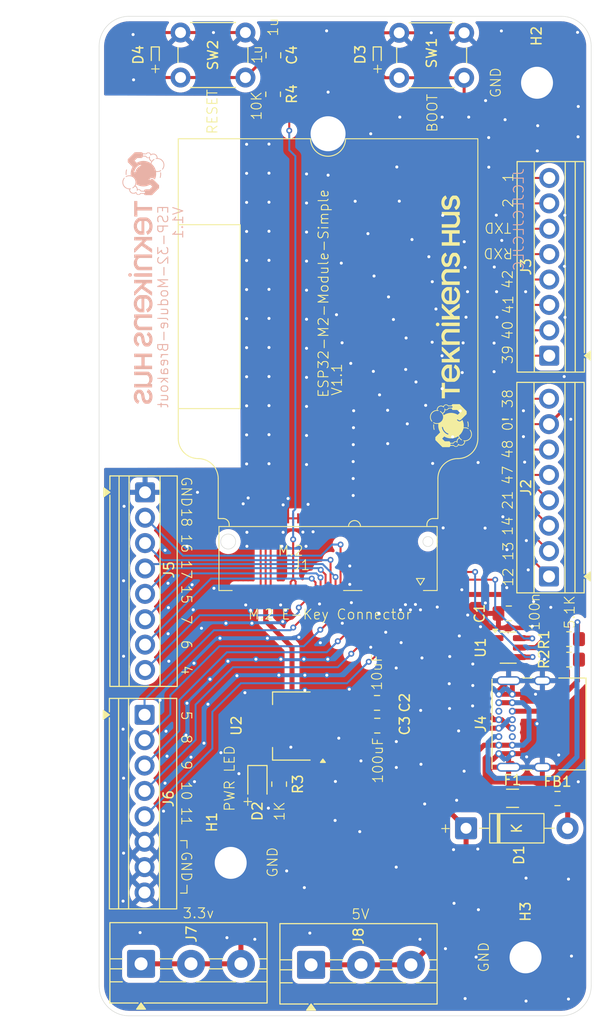
<source format=kicad_pcb>
(kicad_pcb (version 20241229) (generator "pcbnew") (generator_version "9.0")
  (title_block (title "ESP-32-Module-Breakout") (date "2025-11-17") (rev "V1.1") (company "Teknikens Hus"))
  (layers (0 "F.Cu" signal) (2 "B.Cu" signal) (13 "F.Paste" user) (15 "B.Paste" user) (5 "F.SilkS" user "F.Silkscreen") (7 "B.SilkS" user "B.Silkscreen") (1 "F.Mask" user) (3 "B.Mask" user) (25 "Edge.Cuts" user))
  (net 0 "")
  (net 1 "+5V")
  (net 2 "/ESP_EN")
  (net 3 "Net-(D1-A)")
  (net 4 "/GPIO41")
  (net 5 "/GPIO38")
  (net 6 "Net-(D2-A)")
  (net 7 "/ESP_IO0")
  (net 8 "Net-(F1-Pad2)")
  (net 10 "Net-(F1-Pad1)")
  (net 11 "/GPIO17")
  (net 12 "/GPIO7")
  (net 13 "/GPIO2")
  (net 14 "/ESP_TXD")
  (net 15 "/GPIO4")
  (net 16 "/GPIO16")
  (net 18 "/GPIO21")
  (net 19 "/GPIO18")
  (net 20 "/GPIO13")
  (net 22 "/ESP_RXD")
  (net 24 "/GPIO48")
  (net 25 "/GPIO11")
  (net 26 "/GPIO40")
  (net 29 "/GPIO10")
  (net 30 "/GPIO14")
  (net 31 "/GPIO1")
  (net 33 "/GPIO47")
  (net 34 "/GPIO6")
  (net 37 "/GPIO12")
  (net 39 "/USB_D-")
  (net 40 "/GPIO42")
  (net 41 "GND")
  (net 42 "+3.3V")
  (net 43 "/GPIO39")
  (net 44 "/GPIO9")
  (net 45 "/GPIO15")
  (net 46 "/GPIO8")
  (net 47 "/USB_D+")
  (net 48 "/GPIO5")
  (net 49 "Net-(J4-CC2)")
  (net 51 "/D+")
  (net 52 "/D-")
  (net 53 "Net-(J4-CC1)")
  (footprint "Capacitor_SMD:C_0805_2012Metric_Pad1.18x1.45mm_HandSolder" (layer "F.Cu") (at 49.5525 87.845)
    (property "Reference" "C3")
    (property "Value" "100uF")
  )
  (footprint "Inductor_SMD:L_0805_2012Metric_Pad1.15x1.40mm_HandSolder" (layer "F.Cu") (at 67.6 95.1375)
    (property "Reference" "FB1")
    (property "Value" "BLM21PG220")
  )
  (footprint "Fuse:Fuse_1206_3216Metric_Pad1.42x1.75mm_HandSolder" (layer "F.Cu") (at 63.1 95.1125)
    (property "Reference" "F1")
    (property "Value" "Polyfuse 1A")
  )
  (footprint "Package_TO_SOT_SMD:SOT-223" (layer "F.Cu") (at 40.9775 87.8825 180)
    (property "Reference" "U2")
    (property "Value" "TLV1117-33")
  )
  (footprint "M.2:M.2 Connector Key-E" (layer "F.Cu") (at 44.625 71.125)
    (property "Reference" "J1")
    (property "Value" "Bus_M.2_Socket_E_ESP32")
    (fp_circle (center -10 -1.7) (end -9.25 -1.7) (stroke (width 0.05)) (fill no) (layer "Edge.Cuts"))
    (fp_circle (center 10 -1.7) (end 10.5 -1.7) (stroke (width 0.05)) (fill no) (layer "Edge.Cuts"))
  )
  (footprint "TerminalBlock:TerminalBlock_Xinya_XY308-2.54-8P_1x08_P2.54mm_Horizontal" (layer "F.Cu") (at 26.25 86.76 -90)
    (property "Reference" "J6")
    (property "Value" "Screw_Terminal_01x08")
  )
  (footprint "TerminalBlock:TerminalBlock_Xinya_XY308-2.54-8P_1x08_P2.54mm_Horizontal" (layer "F.Cu") (at 66.75 72.92 90)
    (property "Reference" "J2")
    (property "Value" "Screw_Terminal_01x08")
  )
  (footprint "Capacitor_SMD:C_0805_2012Metric_Pad1.18x1.45mm_HandSolder" (layer "F.Cu") (at 62.725 76.6125)
    (property "Reference" "C1")
    (property "Value" "100n")
  )
  (footprint "Resistor_SMD:R_0805_2012Metric_Pad1.20x1.40mm_HandSolder" (layer "F.Cu") (at 39.7275 93.695 90)
    (property "Reference" "R3")
    (property "Value" "1K")
  )
  (footprint "MountingHole:MountingHole_3.2mm_M3_Pad_TopBottom" (layer "F.Cu") (at 65.55 23.525)
    (property "Reference" "H2")
    (property "Value" "MountingHole_Pad")
  )
  (footprint "Graphics:teknikenshus-text-logo" (layer "F.Cu") (at 56.9 47.4 90)
    (property "Reference" "G***" (hide yes))
    (property "Value" "LOGO" (hide yes))
  )
  (footprint "Button_Switch_THT:SW_PUSH_6mm_H4.3mm" (layer "F.Cu") (at 29.85 18.5)
    (property "Reference" "SW2")
    (property "Value" "RESET")
  )
  (footprint "TerminalBlock:TerminalBlock_MaiXu_MX126-5.0-03P_1x03_P5.00mm" (layer "F.Cu") (at 42.925 111.775)
    (property "Reference" "J8")
    (property "Value" "Screw_Terminal_01x03")
  )
  (footprint "Capacitor_SMD:C_0805_2012Metric_Pad1.18x1.45mm_HandSolder" (layer "F.Cu") (at 49.5275 85.57)
    (property "Reference" "C2")
    (property "Value" "10uF")
  )
  (footprint "Diode_SMD:D_SOD-923" (layer "F.Cu") (at 27.325 20.8 -90)
    (property "Reference" "D4")
    (property "Value" "ESD9B3.3ST5G")
  )
  (footprint "Package_TO_SOT_SMD:SOT-23-6" (layer "F.Cu") (at 62.6625 80.0375)
    (property "Reference" "U1")
    (property "Value" "USBLC6-2SC6")
  )
  (footprint "TerminalBlock:TerminalBlock_Xinya_XY308-2.54-8P_1x08_P2.54mm_Horizontal" (layer "F.Cu") (at 26.3 64.5 -90)
    (property "Reference" "J5")
    (property "Value" "Screw_Terminal_01x08")
  )
  (footprint "LED_SMD:LED_0805_2012Metric_Pad1.15x1.40mm_HandSolder" (layer "F.Cu") (at 37.5525 93.695 -90)
    (property "Reference" "D2")
    (property "Value" "LED_Small")
  )
  (footprint "Resistor_SMD:R_0805_2012Metric_Pad1.20x1.40mm_HandSolder" (layer "F.Cu") (at 68.75 81.2375 180)
    (property "Reference" "R2")
    (property "Value" "5.1K")
  )
  (footprint "TerminalBlock:TerminalBlock_MaiXu_MX126-5.0-03P_1x03_P5.00mm" (layer "F.Cu") (at 25.9 111.675)
    (property "Reference" "J7")
    (property "Value" "Screw_Terminal_01x03")
  )
  (footprint "MountingHole:MountingHole_3.2mm_M3_Pad_TopBottom" (layer "F.Cu") (at 34.875 101.575)
    (property "Reference" "H1")
    (property "Value" "MountingHole_Pad")
  )
  (footprint "Diode_SMD:D_SOD-923" (layer "F.Cu") (at 49.55 20.7975 -90)
    (property "Reference" "D3")
    (property "Value" "ESD9B3.3ST5G")
  )
  (footprint "MountingHole:MountingHole_3.2mm_M3_Pad_TopBottom" (layer "F.Cu") (at 64.4 111.025)
    (property "Reference" "H3")
    (property "Value" "MountingHole_Pad")
  )
  (footprint "Connector_USB:USB_C_Receptacle_GCT_USB4085" (layer "F.Cu") (at 61.725 90.65 90)
    (property "Reference" "J4")
    (property "Value" "USB_C_Receptacle_USB2.0_16P")
  )
  (footprint "Resistor_SMD:R_0805_2012Metric_Pad1.20x1.40mm_HandSolder" (layer "F.Cu") (at 68.75 79.1875 180)
    (property "Reference" "R1")
    (property "Value" "5.1K")
  )
  (footprint "Resistor_SMD:R_0805_2012Metric_Pad1.20x1.40mm_HandSolder" (layer "F.Cu") (at 39.125 24.675 -90)
    (property "Reference" "R4")
    (property "Value" "10K")
  )
  (footprint "Capacitor_SMD:C_0805_2012Metric_Pad1.18x1.45mm_HandSolder" (layer "F.Cu") (at 39.15 20.775 90)
    (property "Reference" "C4")
    (property "Value" "1u")
  )
  (footprint "Button_Switch_THT:SW_PUSH_6mm_H4.3mm" (layer "F.Cu") (at 51.75 18.525)
    (property "Reference" "SW1")
    (property "Value" "BOOT")
  )
  (footprint "TerminalBlock:TerminalBlock_Xinya_XY308-2.54-8P_1x08_P2.54mm_Horizontal" (layer "F.Cu") (at 66.775 50.83 90)
    (property "Reference" "J3")
    (property "Value" "Screw_Terminal_01x08")
  )
  (footprint "Diode_THT:D_DO-41_SOD81_P10.16mm_Horizontal" (layer "F.Cu") (at 58.445 98.1125)
    (property "Reference" "D1")
    (property "Value" "1N5817")
  )
  (footprint "Graphics:teknikenshus-text-logo" (layer "B.Cu") (at 26.1 43.05 -90)
    (property "Reference" "G***" (hide yes))
    (property "Value" "LOGO" (hide yes))
  )
  (gr_line (start 29.85 99.35) (end 30.5 99.35) (stroke (width 0.1)) (layer "F.SilkS"))
  (gr_line (start 30.5 104.6) (end 30.5 103.8) (stroke (width 0.1)) (layer "F.SilkS"))
  (gr_line (start 29.85 104.6) (end 30.5 104.6) (stroke (width 0.1)) (layer "F.SilkS"))
  (gr_line (start 30.5 99.35) (end 30.5 100.1) (stroke (width 0.1)) (layer "F.SilkS"))
  (gr_line (start 24.7 16.875) (end 67.975 16.875) (stroke (width 0.05)) (layer "Edge.Cuts"))
  (gr_line (start 21.7 113.875) (end 21.7 19.875) (stroke (width 0.05)) (layer "Edge.Cuts"))
  (gr_arc (start 67.975 16.875) (mid 70.09632 17.75368) (end 70.975 19.875) (stroke (width 0.05)) (layer "Edge.Cuts"))
  (gr_line (start 70.975 19.875) (end 70.975 113.875) (stroke (width 0.05)) (layer "Edge.Cuts"))
  (gr_arc (start 70.975 113.875) (mid 70.09632 115.99632) (end 67.975 116.875) (stroke (width 0.05)) (layer "Edge.Cuts"))
  (gr_arc (start 21.7 19.875) (mid 22.57868 17.75368) (end 24.7 16.875) (stroke (width 0.05)) (layer "Edge.Cuts"))
  (gr_line (start 67.975 116.875) (end 24.7 116.875) (stroke (width 0.05)) (layer "Edge.Cuts"))
  (gr_arc (start 24.7 116.875) (mid 22.57868 115.99632) (end 21.7 113.875) (stroke (width 0.05)) (layer "Edge.Cuts"))
  (gr_text "12" (at 63.25 74 90) (layer "F.SilkS") (effects (font (size 1 1) (thickness 0.1)) (justify left bottom)))
  (gr_text "V1.1" (at 46.1 54.9 90) (layer "F.SilkS") (effects (font (size 1 1) (thickness 0.1)) (justify left bottom)))
  (gr_text "2" (at 63.25 36.1 90) (layer "F.SilkS") (effects (font (size 1 1) (thickness 0.1)) (justify left bottom)))
  (gr_text "5.1K" (at 69.4 78.25 90) (layer "F.SilkS") (effects (font (size 1 1) (thickness 0.1)) (justify left bottom)))
  (gr_text "8" (at 29.85 88.65 270) (layer "F.SilkS") (effects (font (size 1 1) (thickness 0.1)) (justify left bottom)))
  (gr_text "47" (at 63.2 63.8 90) (layer "F.SilkS") (effects (font (size 1 1) (thickness 0.1)) (justify left bottom)))
  (gr_text "3.3v" (at 30 107.2 0) (layer "F.SilkS") (effects (font (size 1 1) (thickness 0.1)) (justify left bottom)))
  (gr_text "10" (at 29.85 93.35 270) (layer "F.SilkS") (effects (font (size 1 1) (thickness 0.1)) (justify left bottom)))
  (gr_text "1" (at 63.25 33.55 90) (layer "F.SilkS") (effects (font (size 1 1) (thickness 0.1)) (justify left bottom)))
  (gr_text "38" (at 63.2 56.15 90) (layer "F.SilkS") (effects (font (size 1 1) (thickness 0.1)) (justify left bottom)))
  (gr_text "17" (at 29.85 71.2 270) (layer "F.SilkS") (effects (font (size 1 1) (thickness 0.1)) (justify left bottom)))
  (gr_text "GND" (at 62 25.1 90) (layer "F.SilkS") (effects (font (size 1 1) (thickness 0.1)) (justify left bottom)))
  (gr_text "18" (at 29.85 66 270) (layer "F.SilkS") (effects (font (size 1 1) (thickness 0.1)) (justify left bottom)))
  (gr_text "PWR LED" (at 35.35 96.5 90) (layer "F.SilkS") (effects (font (size 1 1) (thickness 0.1)) (justify left bottom)))
  (gr_text "5V" (at 46.9 107.3 0) (layer "F.SilkS") (effects (font (size 1 1) (thickness 0.1)) (justify left bottom)))
  (gr_text "RESET\n" (at 33.625 28.75 90) (layer "F.SilkS") (effects (font (size 1 1) (thickness 0.1)) (justify left bottom)))
  (gr_text "1K\n" (at 40.35 97.45 90) (layer "F.SilkS") (effects (font (size 1 1) (thickness 0.1)) (justify left bottom)))
  (gr_text "9" (at 29.85 91.25 270) (layer "F.SilkS") (effects (font (size 1 1) (thickness 0.1)) (justify left bottom)))
  (gr_text "GND" (at 29.85 62.86 270) (layer "F.SilkS") (effects (font (size 1 1) (thickness 0.1)) (justify left bottom)))
  (gr_text "RXD" (at 63.205 40 180) (layer "F.SilkS") (effects (font (size 1 1) (thickness 0.1)) (justify left bottom)))
  (gr_text "14" (at 63.2 68.9 90) (layer "F.SilkS") (effects (font (size 1 1) (thickness 0.1)) (justify left bottom)))
  (gr_text "GND" (at 60.8 112.6 90) (layer "F.SilkS") (effects (font (size 1 1) (thickness 0.1)) (justify left bottom)))
  (gr_text "48" (at 63.2 61.2 90) (layer "F.SilkS") (effects (font (size 1 1) (thickness 0.1)) (justify left bottom)))
  (gr_text "100n" (at 65.9 78.4 90) (layer "F.SilkS") (effects (font (size 1 1) (thickness 0.1)) (justify left bottom)))
  (gr_text "10K\n" (at 38.05 27.35 90) (layer "F.SilkS") (effects (font (size 1 1) (thickness 0.1)) (justify left bottom)))
  (gr_text "42" (at 63.2 44.2 90) (layer "F.SilkS") (effects (font (size 1 1) (thickness 0.1)) (justify left bottom)))
  (gr_text "+" (at 26.65 22.65 0) (layer "F.SilkS") (effects (font (size 1 1) (thickness 0.1)) (justify left bottom)))
  (gr_text "6" (at 29.85 79.2 270) (layer "F.SilkS") (effects (font (size 1 1) (thickness 0.1)) (justify left bottom)))
  (gr_text "10uF" (at 50.1 84.4 90) (layer "F.SilkS") (effects (font (size 1 1) (thickness 0.1)) (justify left bottom)))
  (gr_text "5" (at 29.85 86.3 270) (layer "F.SilkS") (effects (font (size 1 1) (thickness 0.1)) (justify left bottom)))
  (gr_text "15" (at 29.85 73.7 270) (layer "F.SilkS") (effects (font (size 1 1) (thickness 0.1)) (justify left bottom)))
  (gr_text "13" (at 63.25 71.4 90) (layer "F.SilkS") (effects (font (size 1 1) (thickness 0.1)) (justify left bottom)))
  (gr_text "1u" (at 39.7 18.95 90) (layer "F.SilkS") (effects (font (size 1 1) (thickness 0.1)) (justify left bottom)))
  (gr_text "21" (at 63.2 66.3 90) (layer "F.SilkS") (effects (font (size 1 1) (thickness 0.1)) (justify left bottom)))
  (gr_text "BOOT" (at 55.65 28.55 90) (layer "F.SilkS") (effects (font (size 1 1) (thickness 0.1)) (justify left bottom)))
  (gr_text "M.2 E-Key Connector" (at 36.55 77.3 0) (layer "F.SilkS") (effects (font (size 1 1) (thickness 0.1)) (justify left bottom)))
  (gr_text "16" (at 29.85 68.6 270) (layer "F.SilkS") (effects (font (size 1 1) (thickness 0.1)) (justify left bottom)))
  (gr_text "1u" (at 38.1 21.7 90) (layer "F.SilkS") (effects (font (size 1 1) (thickness 0.1)) (justify left bottom)))
  (gr_text "100uF" (at 50.2 93.7 90) (layer "F.SilkS") (effects (font (size 1 1) (thickness 0.1)) (justify left bottom)))
  (gr_text "TXD" (at 63.05 37.45 180) (layer "F.SilkS") (effects (font (size 1 1) (thickness 0.1)) (justify left bottom)))
  (gr_text "GND" (at 29.85 100.35 270) (layer "F.SilkS") (effects (font (size 1 1) (thickness 0.1)) (justify left bottom)))
  (gr_text "0!" (at 63.2 58.45 90) (layer "F.SilkS") (effects (font (size 1 1) (thickness 0.1)) (justify left bottom)))
  (gr_text "41" (at 63.25 46.75 90) (layer "F.SilkS") (effects (font (size 1 1) (thickness 0.1)) (justify left bottom)))
  (gr_text "40\n" (at 63.2 49.3 90) (layer "F.SilkS") (effects (font (size 1 1) (thickness 0.1)) (justify left bottom)))
  (gr_text "GND" (at 39.65 103.1 90) (layer "F.SilkS") (effects (font (size 1 1) (thickness 0.1)) (justify left bottom)))
  (gr_text "+" (at 55.7 98.65 0) (layer "F.SilkS") (effects (font (size 1 1) (thickness 0.1)) (justify left bottom)))
  (gr_text "39" (at 63.2 51.75 90) (layer "F.SilkS") (effects (font (size 1 1) (thickness 0.1)) (justify left bottom)))
  (gr_text "+" (at 48.9 22.65 0) (layer "F.SilkS") (effects (font (size 1 1) (thickness 0.1)) (justify left bottom)))
  (gr_text "+" (at 35.9 95.95 0) (layer "F.SilkS") (effects (font (size 1 1) (thickness 0.1)) (justify left bottom)))
  (gr_text "11" (at 29.85 95.9 270) (layer "F.SilkS") (effects (font (size 1 1) (thickness 0.1)) (justify left bottom)))
  (gr_text "4" (at 29.85 81.75 270) (layer "F.SilkS") (effects (font (size 1 1) (thickness 0.1)) (justify left bottom)))
  (gr_text "7" (at 29.85 76.7 270) (layer "F.SilkS") (effects (font (size 1 1) (thickness 0.1)) (justify left bottom)))
  (gr_text "ESP-32-Module-Breakout" (at 28.7 35.7 90) (layer "B.SilkS") (effects (font (size 1 1) (thickness 0.1)) (justify left bottom mirror)))
  (gr_text "V1.1" (at 30.2 35.85 90) (layer "B.SilkS") (effects (font (size 1 1) (thickness 0.1)) (justify left bottom mirror)))
  (gr_text "JLCJLCJLCJLC" (at 64.3 32 90) (layer "B.SilkS") (effects (font (size 1 1) (thickness 0.1)) (justify left bottom mirror)))
  (segment (start 63.7625 76.6125) (end 63.7625 75.4625) (width 0.5) (layer "F.Cu") (net 1))
  (segment (start 52.6975 84.1575) (end 51.8575 83.3175) (width 0.5) (layer "F.Cu") (net 1))
  (segment (start 48.49 84.175) (end 48.49 85.57) (width 0.5) (layer "F.Cu") (net 1))
  (segment (start 48.49 85.57) (end 44.14 85.57) (width 0.5) (layer "F.Cu") (net 1))
  (segment (start 66.29 77.16) (end 65.7425 76.6125) (width 0.5) (layer "F.Cu") (net 1))
  (segment (start 63.02 74.72) (end 58.62 74.72) (width 0.5) (layer "F.Cu") (net 1))
  (segment (start 63.8 80.0375) (end 65.4125 80.0375) (width 0.5) (layer "F.Cu") (net 1))
  (segment (start 58.445 106.255) (end 58.445 98.1125) (width 0.5) (layer "F.Cu") (net 1))
  (segment (start 49.3475 83.3175) (end 48.49 84.175) (width 0.5) (layer "F.Cu") (net 1))
  (segment (start 65.7425 76.6125) (end 63.7625 76.6125) (width 0.5) (layer "F.Cu") (net 1))
  (segment (start 51.8575 83.3175) (end 49.3475 83.3175) (width 0.5) (layer "F.Cu") (net 1))
  (segment (start 58.62 74.72) (end 52.6975 80.6425) (width 0.5) (layer "F.Cu") (net 1))
  (segment (start 44.14 85.57) (end 44.1275 85.5825) (width 0.5) (layer "F.Cu") (net 1))
  (segment (start 52.6975 92.365) (end 52.6975 84.1575) (width 0.5) (layer "F.Cu") (net 1))
  (segment (start 65.4125 80.0375) (end 66.29 79.16) (width 0.5) (layer "F.Cu") (net 1))
  (segment (start 46.69 85.5825) (end 46.7025 85.595) (width 0.5) (layer "F.Cu") (net 1))
  (segment (start 63.7625 75.4625) (end 63.02 74.72) (width 0.5) (layer "F.Cu") (net 1))
  (segment (start 66.29 79.16) (end 66.29 77.16) (width 0.5) (layer "F.Cu") (net 1))
  (segment (start 58.445 98.1125) (end 52.6975 92.365) (width 0.5) (layer "F.Cu") (net 1))
  (segment (start 44.1275 85.5825) (end 46.69 85.5825) (width 0.5) (layer "F.Cu") (net 1))
  (segment (start 42.925 111.775) (end 52.925 111.775) (width 0.5) (layer "F.Cu") (net 1))
  (segment (start 52.925 111.775) (end 58.445 106.255) (width 0.5) (layer "F.Cu") (net 1))
  (segment (start 52.6975 80.6425) (end 52.6975 84.1575) (width 0.5) (layer "F.Cu") (net 1))
  (segment (start 40.74 28.31) (end 40.74 27.08) (width 0.2) (layer "F.Cu") (net 2))
  (segment (start 29.85 23) (end 36.35 23) (width 0.3) (layer "F.Cu") (net 2))
  (segment (start 40.875 73.455) (end 40.875 74.405) (width 0.2) (layer "F.Cu") (net 2))
  (segment (start 37.5375 21.8125) (end 36.35 23) (width 0.3) (layer "F.Cu") (net 2))
  (segment (start 39.125 23.675) (end 39.125 21.8375) (width 0.2) (layer "F.Cu") (net 2))
  (segment (start 39.15 21.8125) (end 37.5375 21.8125) (width 0.3) (layer "F.Cu") (net 2))
  (segment (start 41.375 73.415) (end 41.375 74.405) (width 0.2) (layer "F.Cu") (net 2))
  (segment (start 41.13 73.2) (end 40.875 73.455) (width 0.2) (layer "F.Cu") (net 2))
  (segment (start 41.095 23.675) (end 39.125 23.675) (width 0.2) (layer "F.Cu") (net 2))
  (segment (start 41.13 69.21) (end 41.13 73.2) (width 0.2) (layer "F.Cu") (net 2))
  (segment (start 39.125 21.8375) (end 39.15 21.8125) (width 0.2) (layer "F.Cu") (net 2))
  (segment (start 41.13 73.17) (end 41.375 73.415) (width 0.2) (layer "F.Cu") (net 2))
  (segment (start 40.74 27.08) (end 41.72 26.1) (width 0.2) (layer "F.Cu") (net 2))
  (segment (start 41.72 26.1) (end 41.72 24.3) (width 0.2) (layer "F.Cu") (net 2))
  (segment (start 38.685 23.675) (end 39.125 23.675) (width 0.2) (layer "F.Cu") (net 2))
  (segment (start 28.25 23) (end 29.85 23) (width 0.3) (layer "F.Cu") (net 2))
  (segment (start 27.325 21.22) (end 27.325 22.075) (width 0.3) (layer "F.Cu") (net 2))
  (segment (start 41.13 69.21) (end 41.13 73.17) (width 0.2) (layer "F.Cu") (net 2))
  (segment (start 41.72 24.3) (end 41.095 23.675) (width 0.2) (layer "F.Cu") (net 2))
  (segment (start 27.325 22.075) (end 28.25 23) (width 0.3) (layer "F.Cu") (net 2))
  (via (at 40.74 28.31) (size 0.6) (drill 0.3) (layers "F.Cu" "B.Cu") (net 2))
  (via (at 41.13 69.21) (size 0.6) (drill 0.3) (layers "F.Cu" "B.Cu") (net 2))
  (segment (start 41.13 66.4) (end 41.35 66.18) (width 0.2) (layer "B.Cu") (net 2))
  (segment (start 41.35 66.18) (end 41.35 30.87) (width 0.2) (layer "B.Cu") (net 2))
  (segment (start 40.74 30.26) (end 40.74 28.31) (width 0.2) (layer "B.Cu") (net 2))
  (segment (start 41.35 30.87) (end 40.74 30.26) (width 0.2) (layer "B.Cu") (net 2))
  (segment (start 41.13 69.21) (end 41.13 66.4) (width 0.2) (layer "B.Cu") (net 2))
  (segment (start 68.625 95.1375) (end 68.625 98.0925) (width 0.5) (layer "F.Cu") (net 3))
  (segment (start 68.625 98.0925) (end 68.605 98.1125) (width 0.2) (layer "F.Cu") (net 3))
  (segment (start 48.625 54.885) (end 48.625 67.105) (width 0.2) (layer "F.Cu") (net 4))
  (segment (start 66.775 45.75) (end 57.76 45.75) (width 0.2) (layer "F.Cu") (net 4))
  (segment (start 57.76 45.75) (end 48.625 54.885) (width 0.2) (layer "F.Cu") (net 4))
  (segment (start 57.22 55.14) (end 50.125 62.235) (width 0.2) (layer "F.Cu") (net 5))
  (segment (start 50.125 62.235) (end 50.125 67.105) (width 0.2) (layer "F.Cu") (net 5))
  (segment (start 66.75 55.14) (end 57.22 55.14) (width 0.2) (layer "F.Cu") (net 5))
  (segment (start 37.5775 94.695) (end 37.5525 94.72) (width 0.5) (layer "F.Cu") (net 6))
  (segment (start 39.7275 94.695) (end 37.5775 94.695) (width 0.5) (layer "F.Cu") (net 6))
  (segment (start 68 29.28) (end 69.34 30.62) (width 0.3) (layer "F.Cu") (net 7))
  (segment (start 69.34 55.09) (end 66.75 57.68) (width 0.3) (layer "F.Cu") (net 7))
  (segment (start 49.55 22.225) (end 50.35 23.025) (width 0.3) (layer "F.Cu") (net 7))
  (segment (start 69.34 30.62) (end 69.34 55.09) (width 0.3) (layer "F.Cu") (net 7))
  (segment (start 58.25 23.025) (end 58.25 24.94) (width 0.3) (layer "F.Cu") (net 7))
  (segment (start 50.625 63.395) (end 50.625 67.105) (width 0.2) (layer "F.Cu") (net 7))
  (segment (start 50.35 23.025) (end 51.75 23.025) (width 0.3) (layer "F.Cu") (net 7))
  (segment (start 58.25 24.94) (end 62.59 29.28) (width 0.3) (layer "F.Cu") (net 7))
  (segment (start 51.75 23.025) (end 58.25 23.025) (width 0.3) (layer "F.Cu") (net 7))
  (segment (start 49.55 21.2175) (end 49.55 22.225) (width 0.3) (layer "F.Cu") (net 7))
  (segment (start 56.34 57.68) (end 50.625 63.395) (width 0.2) (layer "F.Cu") (net 7))
  (segment (start 66.75 57.68) (end 56.34 57.68) (width 0.2) (layer "F.Cu") (net 7))
  (segment (start 62.59 29.28) (end 68 29.28) (width 0.3) (layer "F.Cu") (net 7))
  (segment (start 66.575 95.1375) (end 64.6125 95.1375) (width 0.5) (layer "F.Cu") (net 8))
  (segment (start 64.6125 95.1375) (end 64.5875 95.1125) (width 0.5) (layer "F.Cu") (net 8))
  (segment (start 61.6125 95.1125) (end 59.85 95.1125) (width 0.5) (layer "F.Cu") (net 10))
  (segment (start 59.85 95.1125) (end 59.35 94.6125) (width 0.5) (layer "F.Cu") (net 10))
  (segment (start 61.725 89.8) (end 63.075 89.8) (width 0.5) (layer "F.Cu") (net 10))
  (segment (start 59.35 90.6875) (end 60.2375 89.8) (width 0.5) (layer "F.Cu") (net 10))
  (segment (start 60.2375 89.8) (end 61.725 89.8) (width 0.5) (layer "F.Cu") (net 10))
  (segment (start 61.725 85.55) (end 63.075 85.55) (width 0.5) (layer "F.Cu") (net 10))
  (segment (start 59.35 94.6125) (end 59.35 90.6875) (width 0.5) (layer "F.Cu") (net 10))
  (segment (start 64.15 89.8) (end 63.075 89.8) (width 0.5) (layer "B.Cu") (net 10))
  (segment (start 64.75 86.2) (end 64.75 89.2) (width 0.5) (layer "B.Cu") (net 10))
  (segment (start 63.075 85.55) (end 64.1 85.55) (width 0.5) (layer "B.Cu") (net 10))
  (segment (start 64.75 89.2) (end 64.15 89.8) (width 0.5) (layer "B.Cu") (net 10))
  (segment (start 64.1 85.55) (end 64.75 86.2) (width 0.5) (layer "B.Cu") (net 10))
  (segment (start 26.41 72.01) (end 26.3 72.12) (width 0.2) (layer "F.Cu") (net 11))
  (segment (start 45.375 74.405) (end 45.375 72.975) (width 0.2) (layer "F.Cu") (net 11))
  (via (at 45.375 72.975) (size 0.6) (drill 0.3) (layers "F.Cu" "B.Cu") (net 11))
  (segment (start 45.375 72.975) (end 44.08 71.68) (width 0.2) (layer "B.Cu") (net 11))
  (segment (start 44.08 71.68) (end 26.74 71.68) (width 0.2) (layer "B.Cu") (net 11))
  (segment (start 26.74 71.68) (end 26.3 72.12) (width 0.2) (layer "B.Cu") (net 11))
  (segment (start 43.875 74.405) (end 43.875 73.045) (width 0.2) (layer "F.Cu") (net 12))
  (via (at 43.87 73.03) (size 0.6) (drill 0.3) (layers "F.Cu" "B.Cu") (net 12))
  (segment (start 43.45 72.61) (end 30.89 72.61) (width 0.2) (layer "B.Cu") (net 12))
  (segment (start 30.89 72.61) (end 26.3 77.2) (width 0.2) (layer "B.Cu") (net 12))
  (segment (start 43.87 73.03) (end 43.45 72.61) (width 0.2) (layer "B.Cu") (net 12))
  (segment (start 66.775 35.59) (end 54.69 35.59) (width 0.2) (layer "F.Cu") (net 13))
  (segment (start 54.69 35.59) (end 44.125 46.155) (width 0.2) (layer "F.Cu") (net 13))
  (segment (start 44.125 46.155) (end 44.125 67.105) (width 0.2) (layer "F.Cu") (net 13))
  (segment (start 66.775 38.13) (end 56.16 38.13) (width 0.2) (layer "F.Cu") (net 14))
  (segment (start 56.16 38.13) (end 44.625 49.665) (width 0.2) (layer "F.Cu") (net 14))
  (segment (start 44.625 49.665) (end 44.625 67.105) (width 0.2) (layer "F.Cu") (net 14))
  (segment (start 42.375 75.325) (end 41.7 76) (width 0.2) (layer "F.Cu") (net 15))
  (segment (start 42.375 74.405) (end 42.375 75.325) (width 0.2) (layer "F.Cu") (net 15))
  (via (at 41.697922 76.03405) (size 0.6) (drill 0.3) (layers "F.Cu" "B.Cu") (net 15))
  (segment (start 37.088521 76.8) (end 37.077521 76.811) (width 0.2) (layer "B.Cu") (net 15))
  (segment (start 31.78 76.8) (end 26.3 82.28) (width 0.2) (layer "B.Cu") (net 15))
  (segment (start 36.662479 76.811) (end 36.651479 76.8) (width 0.2) (layer "B.Cu") (net 15))
  (segment (start 41.39 76.8) (end 37.088521 76.8) (width 0.2) (layer "B.Cu") (net 15))
  (segment (start 41.697922 76.03405) (end 41.697922 76.492078) (width 0.2) (layer "B.Cu") (net 15))
  (segment (start 37.077521 76.811) (end 36.662479 76.811) (width 0.2) (layer "B.Cu") (net 15))
  (segment (start 41.697922 76.492078) (end 41.39 76.8) (width 0.2) (layer "B.Cu") (net 15))
  (segment (start 36.651479 76.8) (end 31.78 76.8) (width 0.2) (layer "B.Cu") (net 15))
  (segment (start 44.874856 72.004856) (end 44.875 72.005) (width 0.2) (layer "F.Cu") (net 16))
  (segment (start 44.874856 71.264856) (end 44.874856 72.004856) (width 0.2) (layer "F.Cu") (net 16))
  (segment (start 44.875 72.005) (end 44.875 74.405) (width 0.2) (layer "F.Cu") (net 16))
  (segment (start 44.87 71.26) (end 44.874856 71.264856) (width 0.2) (layer "F.Cu") (net 16))
  (via (at 44.87 71.26) (size 0.6) (drill 0.3) (layers "F.Cu" "B.Cu") (net 16))
  (segment (start 44.84 71.29) (end 28.01 71.29) (width 0.2) (layer "B.Cu") (net 16))
  (segment (start 28.01 71.29) (end 26.3 69.58) (width 0.2) (layer "B.Cu") (net 16))
  (segment (start 44.87 71.26) (end 44.84 71.29) (width 0.2) (layer "B.Cu") (net 16))
  (segment (start 65.305 63.855) (end 53.695 63.855) (width 0.2) (layer "F.Cu") (net 18))
  (segment (start 53.695 63.855) (end 52.125 65.425) (width 0.2) (layer "F.Cu") (net 18))
  (segment (start 52.125 65.425) (end 52.125 67.105) (width 0.2) (layer "F.Cu") (net 18))
  (segment (start 66.75 65.3) (end 65.305 63.855) (width 0.2) (layer "F.Cu") (net 18))
  (segment (start 45.875 69.725) (end 45.875 74.405) (width 0.2) (layer "F.Cu") (net 19))
  (segment (start 45.875 69.725) (end 45.915 69.725) (width 0.2) (layer "F.Cu") (net 19))
  (segment (start 45.915 69.725) (end 45.92 69.72) (width 0.2) (layer "F.Cu") (net 19))
  (via (at 45.875 69.725) (size 0.6) (drill 0.3) (layers "F.Cu" "B.Cu") (net 19))
  (segment (start 45.035 69.725) (end 43.92 70.84) (width 0.2) (layer "B.Cu") (net 19))
  (segment (start 30.1 70.84) (end 26.3 67.04) (width 0.2) (layer "B.Cu") (net 19))
  (segment (start 45.875 69.725) (end 45.035 69.725) (width 0.2) (layer "B.Cu") (net 19))
  (segment (start 43.92 70.84) (end 30.1 70.84) (width 0.2) (layer "B.Cu") (net 19))
  (segment (start 53.125 66.394) (end 53.125 67.105) (width 0.2) (layer "F.Cu") (net 20))
  (segment (start 53.739 65.78) (end 53.125 66.394) (width 0.2) (layer "F.Cu") (net 20))
  (segment (start 66.75 70.38) (end 62.15 65.78) (width 0.2) (layer "F.Cu") (net 20))
  (segment (start 62.15 65.78) (end 53.739 65.78) (width 0.2) (layer "F.Cu") (net 20))
  (segment (start 66.775 40.67) (end 56.6 40.67) (width 0.2) (layer "F.Cu") (net 22))
  (segment (start 45.125 52.145) (end 45.125 67.105) (width 0.2) (layer "F.Cu") (net 22))
  (segment (start 56.6 40.67) (end 45.125 52.145) (width 0.2) (layer "F.Cu") (net 22))
  (segment (start 66.75 60.22) (end 55.15 60.22) (width 0.2) (layer "F.Cu") (net 24))
  (segment (start 51.125 64.245) (end 51.125 67.105) (width 0.2) (layer "F.Cu") (net 24))
  (segment (start 55.15 60.22) (end 51.125 64.245) (width 0.2) (layer "F.Cu") (net 24))
  (segment (start 48.7 81.45) (end 48.8 81.45) (width 0.2) (layer "F.Cu") (net 25))
  (segment (start 51.375 78.875) (end 51.375 74.405) (width 0.2) (layer "F.Cu") (net 25))
  (segment (start 48.8 81.45) (end 51.375 78.875) (width 0.2) (layer "F.Cu") (net 25))
  (via (at 48.7 81.45) (size 0.6) (drill 0.3) (layers "F.Cu" "B.Cu") (net 25))
  (segment (start 46.525 83.6) (end 35.9 83.6) (width 0.2) (layer "B.Cu") (net 25))
  (segment (start 48.7 81.45) (end 48.675 81.45) (width 0.2) (layer "B.Cu") (net 25))
  (segment (start 33.04 86.46) (end 33.04 90.13) (width 0.2) (layer "B.Cu") (net 25))
  (segment (start 35.9 83.6) (end 33.04 86.46) (width 0.2) (layer "B.Cu") (net 25))
  (segment (start 33.04 90.13) (end 26.25 96.92) (width 0.2) (layer "B.Cu") (net 25))
  (segment (start 48.675 81.45) (end 46.525 83.6) (width 0.2) (layer "B.Cu") (net 25))
  (segment (start 57.53 48.29) (end 49.125 56.695) (width 0.2) (layer "F.Cu") (net 26))
  (segment (start 49.125 56.695) (end 49.125 67.105) (width 0.2) (layer "F.Cu") (net 26))
  (segment (start 66.775 48.29) (end 57.53 48.29) (width 0.2) (layer "F.Cu") (net 26))
  (segment (start 46.95 80.65) (end 50.875 76.725) (width 0.2) (layer "F.Cu") (net 29))
  (segment (start 50.875 76.725) (end 50.875 74.405) (width 0.2) (layer "F.Cu") (net 29))
  (via (at 46.95 80.65) (size 0.6) (drill 0.3) (layers "F.Cu" "B.Cu") (net 29))
  (segment (start 46.95 80.65) (end 45.6 82) (width 0.2) (layer "B.Cu") (net 29))
  (segment (start 31.36 85.74) (end 31.36 89.27) (width 0.2) (layer "B.Cu") (net 29))
  (segment (start 31.36 89.27) (end 26.25 94.38) (width 0.2) (layer "B.Cu") (net 29))
  (segment (start 35.1 82) (end 31.36 85.74) (width 0.2) (layer "B.Cu") (net 29))
  (segment (start 45.6 82) (end 35.1 82) (width 0.2) (layer "B.Cu") (net 29))
  (segment (start 52.625 65.845) (end 52.625 67.105) (width 0.2) (layer "F.Cu") (net 30))
  (segment (start 63.74 64.83) (end 53.64 64.83) (width 0.2) (layer "F.Cu") (net 30))
  (segment (start 66.75 67.84) (end 63.74 64.83) (width 0.2) (layer "F.Cu") (net 30))
  (segment (start 53.64 64.83) (end 52.625 65.845) (width 0.2) (layer "F.Cu") (net 30))
  (segment (start 66.775 33.05) (end 51.25 33.05) (width 0.2) (layer "F.Cu") (net 31))
  (segment (start 51.25 33.05) (end 43.625 40.675) (width 0.2) (layer "F.Cu") (net 31))
  (segment (start 43.625 40.675) (end 43.625 67.105) (width 0.2) (layer "F.Cu") (net 31))
  (segment (start 51.625 64.775) (end 51.625 67.105) (width 0.2) (layer "F.Cu") (net 33))
  (segment (start 66.75 62.76) (end 53.64 62.76) (width 0.2) (layer "F.Cu") (net 33))
  (segment (start 53.64 62.76) (end 51.625 64.775) (width 0.2) (layer "F.Cu") (net 33))
  (segment (start 43.375 73.515) (end 42.99 73.13) (width 0.2) (layer "F.Cu") (net 34))
  (segment (start 43.375 74.405) (end 43.375 73.515) (width 0.2) (layer "F.Cu") (net 34))
  (via (at 42.99 73.13) (size 0.6) (drill 0.3) (layers "F.Cu" "B.Cu") (net 34))
  (segment (start 32.91 73.13) (end 26.3 79.74) (width 0.2) (layer "B.Cu") (net 34))
  (segment (start 42.99 73.13) (end 32.91 73.13) (width 0.2) (layer "B.Cu") (net 34))
  (segment (start 66.75 72.92) (end 60.935 67.105) (width 0.2) (layer "F.Cu") (net 37))
  (segment (start 60.935 67.105) (end 53.625 67.105) (width 0.2) (layer "F.Cu") (net 37))
  (segment (start 59.34 72.47) (end 50.06 72.47) (width 0.2) (layer "F.Cu") (net 39))
  (segment (start 65.0925 80.9875) (end 65.1 80.98) (width 0.5) (layer "F.Cu") (net 39))
  (segment (start 63.8 80.9875) (end 65.0925 80.9875) (width 0.5) (layer "F.Cu") (net 39))
  (segment (start 49.375 73.155) (end 49.375 74.405) (width 0.2) (layer "F.Cu") (net 39))
  (segment (start 59.35 72.46) (end 59.34 72.47) (width 0.2) (layer "F.Cu") (net 39))
  (segment (start 50.06 72.47) (end 49.375 73.155) (width 0.2) (layer "F.Cu") (net 39))
  (via (at 59.35 72.46) (size 0.6) (drill 0.3) (layers "F.Cu" "B.Cu") (net 39))
  (via (at 65.1 80.98) (size 0.6) (drill 0.3) (layers "F.Cu" "B.Cu") (net 39))
  (segment (start 65.1 80.98) (end 64.36 80.98) (width 0.2) (layer "B.Cu") (net 39))
  (segment (start 64.36 80.98) (end 59.35 75.97) (width 0.2) (layer "B.Cu") (net 39))
  (segment (start 59.35 75.97) (end 59.35 72.46) (width 0.2) (layer "B.Cu") (net 39))
  (segment (start 45.625 54.175) (end 45.625 67.105) (width 0.2) (layer "F.Cu") (net 40))
  (segment (start 56.59 43.21) (end 45.625 54.175) (width 0.2) (layer "F.Cu") (net 40))
  (segment (start 66.775 43.21) (end 56.59 43.21) (width 0.2) (layer "F.Cu") (net 40))
  (segment (start 31.09 81.49) (end 31.2 81.6) (width 0.2) (layer "F.Cu") (net 41))
  (segment (start 36.375 74.405) (end 36.875 74.405) (width 0.2) (layer "F.Cu") (net 41))
  (segment (start 33.15 18.5) (end 36.35 18.5) (width 0.3) (layer "F.Cu") (net 41))
  (segment (start 42.625 67.105) (end 42.625 65.705) (width 0.2) (layer "F.Cu") (net 41))
  (segment (start 61.725 90.65) (end 63.075 90.65) (width 0.5) (layer "F.Cu") (net 41))
  (segment (start 65.4 84.7) (end 63.075 84.7) (width 0.5) (layer "F.Cu") (net 41))
  (segment (start 29.85 18.5) (end 33.15 18.5) (width 0.3) (layer "F.Cu") (net 41))
  (segment (start 67.95 79.1875) (end 67.95 81.2375) (width 0.5) (layer "F.Cu") (net 41))
  (segment (start 39.875 74.405) (end 39.875 75.77) (width 0.2) (layer "F.Cu") (net 41))
  (segment (start 39.875 75.815) (end 39.87 75.82) (width 0.2) (layer "F.Cu") (net 41))
  (segment (start 39.875 75.77) (end 39.875 75.815) (width 0.2) (layer "F.Cu") (net 41))
  (segment (start 53.875 76.255) (end 53.88 76.26) (width 0.2) (layer "F.Cu") (net 41))
  (segment (start 36.38 75.77) (end 36.38 74.41) (width 0.2) (layer "F.Cu") (net 41))
  (segment (start 61.725 84.7) (end 61.725 84.33) (width 0.5) (layer "F.Cu") (net 41))
  (segment (start 36.625 67.105) (end 36.625 65.065) (width 0.2) (layer "F.Cu") (net 41))
  (segment (start 62.705 92) (end 62.705 91.02) (width 0.5) (layer "F.Cu") (net 41))
  (segment (start 37.5875 19.7375) (end 36.35 18.5) (width 0.3) (layer "F.Cu") (net 41))
  (segment (start 50.25 18.525) (end 51.75 18.525) (width 0.3) (layer "F.Cu") (net 41))
  (segment (start 63.075 83.72) (end 62.705 83.35) (width 0.5) (layer "F.Cu") (net 41))
  (segment (start 54.96 18.525) (end 58.25 18.525) (width 0.3) (layer "F.Cu") (net 41))
  (segment (start 62.705 91.02) (end 63.075 90.65) (width 0.5) (layer "F.Cu") (net 41))
  (segment (start 40.125 67.105) (end 43.125 67.105) (width 0.2) (layer "F.Cu") (net 41))
  (segment (start 61.725 84.33) (end 62.705 83.35) (width 0.5) (layer "F.Cu") (net 41))
  (segment (start 36.125 65.65) (end 36.125 65.625) (width 0.2) (layer "F.Cu") (net 41))
  (segment (start 63.075 90.65) (end 64.19 90.65) (width 0.5) (layer "F.Cu") (net 41))
  (segment (start 63.075 84.7) (end 63.075 83.72) (width 0.5) (layer "F.Cu") (net 41))
  (segment (start 42.125 68.485) (end 42.13 68.49) (width 0.2) (layer "F.Cu") (net 41))
  (segment (start 52.375 74.405) (end 52.375 75.74) (width 0.2) (layer "F.Cu") (net 41))
  (segment (start 63.075 91.63) (end 62.705 92) (width 0.5) (layer "F.Cu") (net 41))
  (segment (start 27.325 19.425) (end 28.25 18.5) (width 0.3) (layer "F.Cu") (net 41))
  (segment (start 43.125 68.45) (end 43.125 68.485) (width 0.2) (layer "F.Cu") (net 41))
  (segment (start 61.525 80.0375) (end 62.0025 80.0375) (width 0.5) (layer "F.Cu") (net 41))
  (segment (start 61.725 84.7) (end 63.075 84.7) (width 0.5) (layer "F.Cu") (net 41))
  (segment (start 44.625 32.765) (end 44.63 32.77) (width 0.5) (layer "F.Cu") (net 41))
  (segment (start 52.875 76.355) (end 52.89 76.37) (width 0.2) (layer "F.Cu") (net 41))
  (segment (start 44.625 28.625) (end 44.625 24.465) (width 0.5) (layer "F.Cu") (net 41))
  (segment (start 49.55 20.3775) (end 49.55 19.225) (width 0.3) (layer "F.Cu") (net 41))
  (segment (start 36.125 67.105) (end 36.125 65.65) (width 0.2) (layer "F.Cu") (net 41))
  (segment (start 40.125 67.105) (end 40.125 68.5) (width 0.2) (layer "F.Cu") (net 41))
  (segment (start 39.875 74.405) (end 40.375 74.405) (width 0.2) (layer "F.Cu") (net 41))
  (segment (start 51.875 74.405) (end 53.875 74.405) (width 0.2) (layer "F.Cu") (net 41))
  (segment (start 51.875 74.405) (end 51.875 76.31) (width 0.2) (layer "F.Cu") (net 41))
  (segment (start 52.875 74.405) (end 52.875 76.31) (width 0.2) (layer "F.Cu") (net 41))
  (segment (start 53.875 74.405) (end 53.875 76.255) (width 0.2) (layer "F.Cu") (net 41))
  (segment (start 42.125 67.105) (end 42.125 68.485) (width 0.2) (layer "F.Cu") (net 41))
  (segment (start 40.625 67.105) (end 40.625 65.125) (width 0.2) (layer "F.Cu") (net 41))
  (segment (start 36.87 76.31) (end 36.87 76.15) (width 0.2) (layer "F.Cu") (net 41))
  (segment (start 61.525 80.0375) (end 59.9125 80.0375) (width 0.5) (layer "F.Cu") (net 41))
  (segment (start 27.325 20.38) (end 27.325 19.425) (width 0.3) (layer "F.Cu") (net 41))
  (segment (start 64.19 90.65) (end 64.51 90.97) (width 0.5) (layer "F.Cu") (net 41))
  (segment (start 36.38 74.41) (end 36.375 74.405) (width 0.2) (layer "F.Cu") (net 41))
  (segment (start 39.15 19.7375) (end 37.5875 19.7375) (width 0.3) (layer "F.Cu") (net 41))
  (segment (start 43.125 68.485) (end 43.12 68.49) (width 0.2) (layer "F.Cu") (net 41))
  (segment (start 48.895 28.625) (end 48.9 28.63) (width 0.5) (layer "F.Cu") (net 41))
  (segment (start 36.87 76.15) (end 36.875 76.145) (width 0.2) (layer "F.Cu") (net 41))
  (segment (start 49.55 19.225) (end 50.25 18.525) (width 0.3) (layer "F.Cu") (net 41))
  (segment (start 40.375 76.295) (end 40.375 74.405) (width 0.2) (layer "F.Cu") (net 41))
  (segment (start 53.375 74.405) (end 53.375 75.72) (width 0.2) (layer "F.Cu") (net 41))
  (segment (start 28.25 18.5) (end 29.85 18.5) (width 0.3) (layer "F.Cu") (net 41))
  (segment (start 36.875 76.145) (end 36.875 74.405) (width 0.2) (layer "F.Cu") (net 41))
  (segment (start 36.125 65.625) (end 36.13 65.62) (width 0.2) (layer "F.Cu") (net 41))
  (segment (start 44.625 28.625) (end 44.625 32.765) (width 0.5) (layer "F.Cu") (net 41))
  (segment (start 36.125 67.105) (end 36.625 67.105) (width 0.2) (layer "F.Cu") (net 41))
  (segment (start 59.12 80.83) (end 59.12 81.68) (width 0.5) (layer "F.Cu") (net 41))
  (segment (start 43.125 67.105) (end 43.125 68.45) (width 0.2) (layer "F.Cu") (net 41))
  (segment (start 40.125 67.105) (end 40.125 65.755) (width 0.2) (layer "F.Cu") (net 41))
  (segment (start 44.625 24.465) (end 44.63 24.46) (width 0.5) (layer "F.Cu") (net 41))
  (segment (start 52.875 76.31) (end 52.875 76.355) (width 0.2) (layer "F.Cu") (net 41))
  (segment (start 59.9125 80.0375) (end 59.12 80.83) (width 0.5) (layer "F.Cu") (net 41))
  (segment (start 40.37 76.3) (end 40.375 76.295) (width 0.2) (layer "F.Cu") (net 41))
  (segment (start 51.75 18.525) (end 54.96 18.525) (width 0.3) (layer "F.Cu") (net 41))
  (segment (start 44.625 28.625) (end 48.895 28.625) (width 0.5) (layer "F.Cu") (net 41))
  (via (at 24.2 65.9) (size 0.6) (drill 0.3) (layers "F.Cu" "B.Cu") (net 41))
  (via (at 45.47 46.73) (size 0.6) (drill 0.3) (layers "F.Cu" "B.Cu") (net 41))
  (via (at 36.47 50.030909) (size 0.6) (drill 0.3) (layers "F.Cu" "B.Cu") (net 41))
  (via (at 61.25 52.43) (size 0.6) (drill 0.3) (layers "F.Cu" "B.Cu") (net 41))
  (via (at 34.5 109.06) (size 0.6) (drill 0.3) (layers "F.Cu" "B.Cu") (net 41))
  (via (at 31.01 73.75) (size 0.6) (drill 0.3) (layers "F.Cu" "B.Cu") (net 41))
  (via (at 39.9 81.2) (size 0.6) (drill 0.3) (layers "F.Cu" "B.Cu") (net 41))
  (via (at 50.68 44.95) (size 0.6) (drill 0.3) (layers "F.Cu" "B.Cu") (net 41))
  (via (at 44.48 18.33) (size 0.6) (drill 0.3) (layers "F.Cu" "B.Cu") (net 41))
  (via (at 28.3 70.3) (size 0.6) (drill 0.3) (layers "F.Cu" "B.Cu") (net 41))
  (via (at 68.33 36.78) (size 0.6) (drill 0.3) (layers "F.Cu" "B.Cu") (net 41))
  (via (at 40.09 77.44) (size 0.6) (drill 0.3) (layers "F.Cu" "B.Cu") (net 41))
  (via (at 53.93 91.71) (size 0.6) (drill 0.3) (layers "F.Cu" "B.Cu") (net 41))
  (via (at 45.33 97.33) (size 0.6) (drill 0.3) (layers "F.Cu" "B.Cu") (net 41))
  (via (at 49.16 52.4) (size 0.6) (drill 0.3) (layers "F.Cu" "B.Cu") (net 41))
  (via (at 38.71 55.825455) (size 0.6) (drill 0.3) (layers "F.Cu" "B.Cu") (net 41))
  (via (at 66.29 81.21) (size 0.6) (drill 0.3) (layers "F.Cu" "B.Cu") (net 41))
  (via (at 46.75 84.2) (size 0.6) (drill 0.3) (layers "F.Cu" "B.Cu") (net 41))
  (via (at 58.15 49.55) (size 0.6) (drill 0.3) (layers "F.Cu" "B.Cu") (net 41))
  (via (at 36.87 76.31) (size 0.6) (drill 0.3) (layers "F.Cu" "B.Cu") (net 41))
  (via (at 48.62 38.62) (size 0.6) (drill 0.3) (layers "F.Cu" "B.Cu") (net 41))
  (via (at 57.19 100.25) (size 0.6) (drill 0.3) (layers "F.Cu" "B.Cu") (net 41))
  (via (at 58.71 26.96) (size 0.6) (drill 0.3) (layers "F.Cu" "B.Cu") (net 41))
  (via (at 38.71 44.196364) (size 0.6) (drill 0.3) (layers "F.Cu" "B.Cu") (net 41))
  (via (at 53.375 75.72) (size 0.6) (drill 0.3) (layers "F.Cu" "B.Cu") (net 41))
  (via (at 69.61 18.48) (size 0.6) (drill 0.3) (layers "F.Cu" "B.Cu") (net 41))
  (via (at 40.62 65.12) (size 0.6) (drill 0.3) (layers "F.Cu" "B.Cu") (net 41))
  (via (at 48.9 80) (size 0.6) (drill 0.3) (layers "F.Cu" "B.Cu") (net 41))
  (via (at 30.5 85.6) (size 0.6) (drill 0.3) (layers "F.Cu" "B.Cu") (net 41))
  (via (at 36.47 29.68) (size 0.6) (drill 0.3) (layers "F.Cu" "B.Cu") (net 41))
  (via (at 57.1 58.95) (size 0.6) (drill 0.3) (layers "F.Cu" "B.Cu") (net 41))
  (via (at 33.9 90.55) (size 0.6) (drill 0.3) (layers "F.Cu" "B.Cu") (net 41))
  (via (at 64.51 90.97) (size 0.6) (drill 0.3) (layers "F.Cu" "B.Cu") (net 41))
  (via (at 68.93 57.19) (size 0.6) (drill 0.3) (layers "F.Cu" "B.Cu") (net 41))
  (via (at 25.8 108.55) (size 0.6) (drill 0.3) (layers "F.Cu" "B.Cu") (net 41))
  (via (at 25.1 18.7) (size 0.6) (drill 0.3) (layers "F.Cu" "B.Cu") (net 41))
  (via (at 28.3 93.6) (size 0.6) (drill 0.3) (layers "F.Cu" "B.Cu") (net 41))
  (via (at 36.3 84.55) (size 0.6) (drill 0.3) (layers "F.Cu" "B.Cu") (net 41))
  (via (at 49.23 42.86) (size 0.6) (drill 0.3) (layers "F.Cu" "B.Cu") (net 41))
  (via (at 64.19 58.93) (size 0.6) (drill 0.3) (layers "F.Cu" "B.Cu") (net 41))
  (via (at 28.64 76.04) (size 0.6) (drill 0.3) (layers "F.Cu" "B.Cu") (net 41))
  (via (at 55.06 43.43) (size 0.6) (drill 0.3) (layers "F.Cu" "B.Cu") (net 41))
  (via (at 50.6 59.63) (size 0.6) (drill 0.3) (layers "F.Cu" "B.Cu") (net 41))
  (via (at 68.3 41.89) (size 0.6) (drill 0.3) (layers "F.Cu" "B.Cu") (net 41))
  (via (at 49.7 76.6) (size 0.6) (drill 0.3) (layers "F.Cu" "B.Cu") (net 41))
  (via (at 38.71 32.567273) (size 0.6) (drill 0.3) (layers "F.Cu" "B.Cu") (net 41))
  (via (at 60.71 29.01) (size 0.6) (drill 0.3) (layers "F.Cu" "B.Cu") (net 41))
  (via (at 42.47 50.091818) (size 0.6) (drill 0.3) (layers "F.Cu" "B.Cu") (net 41))
  (via (at 55.1 61.61) (size 0.6) (drill 0.3) (layers "F.Cu" "B.Cu") (net 41))
  (via (at 31.25 93.45) (size 0.6) (drill 0.3) (layers "F.Cu" "B.Cu") (net 41))
  (via (at 58.44 46.98) (size 0.6) (drill 0.3) (layers "F.Cu" "B.Cu") (net 41))
  (via (at 58.35 115.15) (size 0.6) (drill 0.3) (layers "F.Cu" "B.Cu") (net 41))
  (via (at 45.36 93.43) (size 0.6) (drill 0.3) (layers "F.Cu" "B.Cu") (net 41))
  (via (at 47.92 91.37) (size 0.6) (drill 0.3) (layers "F.Cu" "B.Cu") (net 41))
  (via (at 36.38 75.77) (size 0.6) (drill 0.3) (layers "F.Cu" "B.Cu") (net 41))
  (via (at 51.94 79.54) (size 0.6) (drill 0.3) (layers "F.Cu" "B.Cu") (net 41))
  (via (at 40.9 90) (size 0.6) (drill 0.3) (layers "F.Cu" "B.Cu") (net 41))
  (via (at 56.11 36.79) (size 0.6) (drill 0.3) (layers "F.Cu" "B.Cu") (net 41))
  (via (at 42.3 84.3) (size 0.6) (drill 0.3) (layers "F.Cu" "B.Cu") (net 41))
  (via (at 54.3 95.68) (size 0.6) (drill 0.3) (layers "F.Cu" "B.Cu") (net 41))
  (via (at 54.4 55.8) (size 0.6) (drill 0.3) (layers "F.Cu" "B.Cu") (net 41))
  (via (at 54.72 40.93) (size 0.6) (drill 0.3) (layers "F.Cu" "B.Cu") (net 41))
  (via (at 42.42 69.9) (size 0.6) (drill 0.3) (layers "F.Cu" "B.Cu") (net 41))
  (via (at 43.85 79.55) (size 0.6) (drill 0.3) (layers "F.Cu" "B.Cu") (net 41))
  (via (at 65.58 30.34) (size 0.6) (drill 0.3) (layers "F.Cu" "B.Cu") (net 41))
  (via (at 68.27 52.92) (size 0.6) (drill 0.3) (layers "F.Cu" "B.Cu") (net 41))
  (via (at 42.47 38.462727) (size 0.6) (drill 0.3) (layers "F.Cu" "B.Cu") (net 41))
  (via (at 42.104628 68.48096) (size 0.6) (drill 0.3) (layers "F.Cu" "B.Cu") (net 41))
  (via (at 46.03 49.54) (size 0.6) (drill 0.3) (layers "F.Cu" "B.Cu") (net 41))
  (via (at 56.05 54.13) (size 0.6) (drill 0.3) (layers "F.Cu" "B.Cu") (net 41))
  (via (at 57.7 88.37) (size 0.6) (drill 0.3) (layers "F.Cu" "B.Cu") (net 41))
  (via (at 52.375 75.74) (size 0.6) (drill 0.3) (layers "F.Cu" "B.Cu") (net 41))
  (via (at 57.24 105.62) (size 0.6) (drill 0.3) (layers "F.Cu" "B.Cu") (net 41))
  (via (at 41.7 79) (size 0.6) (drill 0.3) (layers "F.Cu" "B.Cu") (net 41))
  (via (at 34.6 81.4) (size 0.6) (drill 0.3) (layers "F.Cu" "B.Cu") (net 41))
  (via (at 56.04 50.84) (size 0.6) (drill 0.3) (layers "F.Cu" "B.Cu") (net 41))
  (via (at 38.65 96.1) (size 0.6) (drill 0.3) (layers "F.Cu" "B.Cu") (net 41))
  (via (at 53.9 86.32) (size 0.6) (drill 0.3) (layers "F.Cu" "B.Cu") (net 41))
  (via (at 55.43 46.16) (size 0.6) (drill 0.3) (layers "F.Cu" "B.Cu") (net 41))
  (via (at 36.5 69.9) (size 0.6) (drill 0.3) (layers "F.Cu" "B.Cu") (net 41))
  (via (at 38.71 41.289091) (size 0.6) (drill 0.3) (layers "F.Cu" "B.Cu") (net 41))
  (via (at 45.95 41.57) (size 0.6) (drill 0.3) (layers "F.Cu" "B.Cu") (net 41))
  (via (at 39.7 82.8) (size 0.6) (drill 0.3) (layers "F.Cu" "B.Cu") (net 41))
  (via (at 59.45 111) (size 0.6) (drill 0.3) (layers "F.Cu" "B.Cu") (net 41))
  (via (at 55.05 49.48) (size 0.6) (drill 0.3) (layers "F.Cu" "B.Cu") (net 41))
  (via (at 42.47 58.813636) (size 0.6) (drill 0.3) (layers "F.Cu" "B.Cu") (net 41))
  (via (at 59.12 81.68) (size 0.6) (drill 0.3) (layers "F.Cu" "B.Cu") (net 41))
  (via (at 51.46 89.44) (size 0.6) (drill 0.3) (layers "F.Cu" "B.Cu") (net 41))
  (via (at 58.59 44.43) (size 0.6) (drill 0.3) (layers "F.Cu" "B.Cu") (net 41))
  (via (at 32.8 83.2) (size 0.6) (drill 0.3) (layers "F.Cu" "B.Cu") (net 41))
  (via (at 50.4 78.5) (size 0.6) (drill 0.3) (layers "F.Cu" "B.Cu") (net 41))
  (via (at 33.8 79.1) (size 0.6) (drill 0.3) (layers "F.Cu" "B.Cu") (net 41))
  (via (at 62.54 70.24) (size 0.6) (drill 0.3) (layers "F.Cu" "B.Cu") (net 41))
  (via (at 36.47 58.752727) (size 0.6) (drill 0.3) (layers "F.Cu" "B.Cu") (net 41))
  (via (at 28.61 78.65) (size 0.6) (drill 0.3) (layers "F.Cu" "B.Cu") (net 41))
  (via (at 39.875 75.77) (size 0.6) (drill 0.3) (layers "F.Cu" "B.Cu") (net 41))
  (via (at 36.47 61.66) (size 0.6) (drill 0.3) (layers "F.Cu" "B.Cu") (net 41))
  (via (at 47.14 63.122) (size 0.6) (drill 0.3) (layers "F.Cu" "B.Cu") (net 41))
  (via (at 56.15 68.06) (size 0.6) (drill 0.3) (layers "F.Cu" "B.Cu") (net 41))
  (via (at 57.5 95.31) (size 0.6) (drill 0.3) (layers "F.Cu" "B.Cu") (net 41))
  (via (at 51.46 92.03) (size 0.6) (drill 0.3) (layers "F.Cu" "B.Cu") (net 41))
  (via (at 59.89 77.95) (size 0.6) (drill 0.3) (layers "F.Cu" "B.Cu") (net 41))
  (via (at 37 77.6) (size 0.6) (drill 0.3) (layers "F.Cu" "B.Cu") (net 41))
  (via (at 38.71 35.474545) (size 0.6) (drill 0.3) (layers "F.Cu" "B.Cu") (net 41))
  (via (at 47.15 59.73) (size 0.6) (drill 0.3) (layers "F.Cu" "B.Cu") (net 41))
  (via (at 60.72 31.97) (size 0.6) (drill 0.3) (layers "F.Cu" "B.Cu") (net 41))
  (via (at 66.93 76.01) (size 0.6) (drill 0.3) (layers "F.Cu" "B.Cu") (net 41))
  (via (at 46.9 51.6) (size 0.6) (drill 0.3) (layers "F.Cu" "B.Cu") (net 41))
  (via (at 58.26 39.43) (size 0.6) (drill 0.3) (layers "F.Cu" "B.Cu") (net 41))
  (via (at 57.86 56.36) (size 0.6) (drill 0.3) (layers "F.Cu" "B.Cu") (net 41))
  (via (at 60.38 75.57) (size 0.6) (drill 0.3) (layers "F.Cu" "B.Cu") (net 41))
  (via (at 30.9 91) (size 0.6) (drill 0.3) (layers "F.Cu" "B.Cu") (net 41))
  (via (at 58.02 74.25) (size 0.6) (drill 0.3) (layers "F.Cu" "B.Cu") (net 41))
  (via (at 36.625 65.065) (size 0.6) (drill 0.3) (layers "F.Cu" "B.Cu") (net 41))
  (via (at 62.13 66.95) (size 0.6) (drill 0.3) (layers "F.Cu" "B.Cu") (net 41))
  (via (at 36.5 68.5) (size 0.6) (drill 0.3) (layers "F.Cu" "B.Cu") (net 41))
  (via (at 36.47 41.309091) (size 0.6) (drill 0.3) (layers "F.Cu" "B.Cu") (net 41))
  (via (at 36.47 47.123636) (size 0.6) (drill 0.3) (layers "F.Cu" "B.Cu") (net 41))
  (via (at 30.4 88.8) (size 0.6) (drill 0.3) (layers "F.Cu" "B.Cu") (net 41))
  (via (at 46.8 71.87) (size 0.6) (drill 0.3) (layers "F.Cu" "B.Cu") (net 41))
  (via (at 35.5 82.85) (size 0.6) (drill 0.3) (layers "F.Cu" "B.Cu") (net 41))
  (via (at 50.59 56.29) (size 0.6) (drill 0.3) (layers "F.Cu" "B.Cu") (net 41))
  (via (at 59.1 85.87) (size 0.6) (drill 0.3) (layers "F.Cu" "B.Cu") (net 41))
  (via (at 36.47 55.845455) (size 0.6) (drill 0.3) (layers "F.Cu" "B.Cu") (net 41))
  (via (at 47.34 35.38) (size 0.6) (drill 0.3) (layers "F.Cu" "B.Cu") (net 41))
  (via (at 28.15 96.4) (size 0.6) (drill 0.3) (layers "F.Cu" "B.Cu") (net 41))
  (via (at 54.96 18.525) (size 0.6) (drill 0.3) (layers "F.Cu" "B.Cu") (net 41))
  (via (at 51.76 35.37) (size 0.6) (drill 0.3) (layers "F.Cu" "B.Cu") (net 41))
  (via (at 59.68 106.26) (size 0.6) (drill 0.3) (layers "F.Cu" "B.Cu") (net 41))
  (via (at 47.17 58.034) (size 0.6) (drill 0.3) (layers "F.Cu" "B.Cu") (net 41))
  (via (at 51.81 26.96) (size 0.6) (drill 0.3) (layers "F.Cu" "B.Cu") (net 41))
  (via (at 60.35 68.08) (size 0.6) (drill 0.3) (layers "F.Cu" "B.Cu") (net 41))
  (via (at 42.8 108.6) (size 0.6) (drill 0.3) (layers "F.Cu" "B.Cu") (net 41))
  (via (at 68.7 103.2) (size 0.6) (drill 0.3) (layers "F.Cu" "B.Cu") (net 41))
  (via (at 65.21 75.44) (size 0.6) (drill 0.3) (layers "F.Cu" "B.Cu") (net 41))
  (via (at 53.03 39.21) (size 0.6) (drill 0.3) (layers "F.Cu" "B.Cu") (net 41))
  (via (at 42.625 65.705) (size 0.6) (drill 0.3) (layers "F.Cu" "B.Cu") (net 41))
  (via (at 42.3 82.8) (size 0.6) (drill 0.3) (layers "F.Cu" "B.Cu") (net 41))
  (via (at 40.37 76.3) (size 0.6) (drill 0.3) (layers "F.Cu" "B.Cu") (net 41))
  (via (at 31.95 78.1) (size 0.6) (drill 0.3) (layers "F.Cu" "B.Cu") (net 41))
  (via (at 38.71 47.103636) (size 0.6) (drill 0.3) (layers "F.Cu" "B.Cu") (net 41))
  (via (at 40.125 68.5) (size 0.6) (drill 0.3) (layers "F.Cu" "B.Cu") (net 41))
  (via (at 36.47 52.938182) (size 0.6) (drill 0.3) (layers "F.Cu" "B.Cu") (net 41))
  (via (at 38.71 29.66) (size 0.6) (drill 0.3) (layers "F.Cu" "B.Cu") (net 41))
  (via (at 64.48 69.33) (size 0.6) (drill 0.3) (layers "F.Cu" "B.Cu") (net 41))
  (via (at 46.8 73.71) (size 0.6) (drill 0.3) (layers "F.Cu" "B.Cu") (net 41))
  (via (at 31.55 64.5) (size 0.6) (drill 0.3) (layers "F.Cu" "B.Cu") (net 41))
  (via (at 33.15 18.5) (size 0.6) (drill 0.3) (layers "F.Cu" "B.Cu") (net 41))
  (via (at 51.51 31.95) (size 0.6) (drill 0.3) (layers "F.Cu" "B.Cu") (net 41))
  (via (at 36.125 65.65) (size 0.6) (drill 0.3) (layers "F.Cu" "B.Cu") (net 41))
  (via (at 65.62 27.82) (size 0.6) (drill 0.3) (layers "F.Cu" "B.Cu") (net 41))
  (via (at 24.15 93.1) (size 0.6) (drill 0.3) (layers "F.Cu" "B.Cu") (net 41))
  (via (at 38.55 79.1) (size 0.6) (drill 0.3) (layers "F.Cu" "B.Cu") (net 41))
  (via (at 42.47 41.37) (size 0.6) (drill 0.3) (layers "F.Cu" "B.Cu") (net 41))
  (via (at 64.67 72.26) (size 0.6) (drill 0.3) (layers "F.Cu" "B.Cu") (net 41))
  (via (at 44.5 82.8) (size 0.6) (drill 0.3) (layers "F.Cu" "B.Cu") (net 41))
  (via (at 38.71 61.64) (size 0.6) (drill 0.3) (layers "F.Cu" "B.Cu") (net 41))
  (via (at 64.41 44.43) (size 0.6) (drill 0.3) (layers "F.Cu" "B.Cu") (net 41))
  (via (at 28.5 90.9) (size 0.6) (drill 0.3) (layers "F.Cu" "B.Cu") (net 41))
  (via (at 52.44 49.06) (size 0.6) (drill 0.3) (layers "F.Cu" "B.Cu") (net 41))
  (via (at 28.4 88.4) (size 0.6) (drill 0.3) (layers "F.Cu" "B.Cu") (net 41))
  (via (at 61.47 36.77) (size 0.6) (drill 0.3) (layers "F.Cu" "B.Cu") (net 41))
  (via (at 44.63 24.46) (size 0.6) (drill 0.3) (layers "F.Cu" "B.Cu") (net 41))
  (via (at 51.17 47.21) (size 0.6) (drill 0.3) (layers "F.Cu" "B.Cu") (net 41))
  (via (at 68.35 46.99) (size 0.6) (drill 0.3) (layers "F.Cu" "B.Cu") (net 41))
  (via (at 62.02 39.3) (size 0.6) (drill 0.3) (layers "F.Cu" "B.Cu") (net 41))
  (via (at 42.47 61.720909) (size 0.6) (drill 0.3) (layers "F.Cu" "B.Cu") (net 41))
  (via (at 55.56 75.98) (size 0.6) (drill 0.3) (layers "F.Cu" "B.Cu") (net 41))
  (via (at 24.1 105.4) (size 0.6) (drill 0.3) (layers "F.Cu" "B.Cu") (net 41))
  (via (at 46.05 77.6) (size 0.6) (drill 0.3) (layers "F.Cu" "B.Cu") (net 41))
  (via (at 62.52 74.04) (size 0.6) (drill 0.3) (layers "F.Cu" "B.Cu") (net 41))
  (via (at 42.47 47.184545) (size 0.6) (drill 0.3) (layers "F.Cu" "B.Cu") (net 41))
  (via (at 53.43 53.46) (size 0.6) (drill 0.3) (layers "F.Cu" "B.Cu") (net 41))
  (via (at 58.35 42) (size 0.6) (drill 0.3) (layers "F.Cu" "B.Cu") (net 41))
  (via (at 36.47 32.587273) (size 0.6) (drill 0.3) (layers "F.Cu" "B.Cu") (net 41))
  (via (at 69 110.9) (size 0.6) (drill 0.3) (layers "F.Cu" "B.Cu") (net 41))
  (via (at 24.15 80.9) (size 0.6) (drill 0.3) (layers "F.Cu" "B.Cu") (net 41))
  (via (at 62.35 27.22) (size 0.6) (drill 0.3) (layers "F.Cu" "B.Cu") (net 41))
  (via (at 69.68 93.46) (size 0.6) (drill 0.3) (layers "F.Cu" "B.Cu") (net 41))
  (via (at 56.81 80.93) (size 0.6) (drill 0.3) (layers "F.Cu" "B.Cu") (net 41))
  (via (at 43.125 68.45) (size 0.6) (drill 0.3) (layers "F.Cu" "B.Cu") (net 41))
  (via (at 64.19 56.34) (size 0.6) (drill 0.3) (layers "F.Cu" "B.Cu") (net 41))
  (via (at 40 69.9) (size 0.6) (drill 0.3) (layers "F.Cu" "B.Cu") (net 41))
  (via (at 64.45 103.1) (size 0.6) (drill 0.3) (layers "F.Cu" "B.Cu") (net 41))
  (via (at 36.47 44.216364) (size 0.6) (drill 0.3) (layers "F.Cu" "B.Cu") (net 41))
  (via (at 64.45 115.4) (size 0.6) (drill 0.3) (layers "F.Cu" "B.Cu") (net 41))
  (via (at 24.15 73.35) (size 0.6) (drill 0.3) (layers "F.Cu" "B.Cu") (net 41))
  (via (at 69.66 28.93) (size 0.6) (drill 0.3) (layers "F.Cu" "B.Cu") (net 41))
  (via (at 58.61 76.78) (size 0.6) (drill 0.3) (layers "F.Cu" "B.Cu") (net 41))
  (via (at 28.68 81.4) (size 0.6) (drill 0.3) (layers "F.Cu" "B.Cu") (net 41))
  (via (at 25.15 23.23) (size 0.6) (drill 0.3) (layers "F.Cu" "B.Cu") (net 41))
  (via (at 42.2 81.2) (size 0.6) (drill 0.3) (layers "F.Cu" "B.Cu") (net 41))
  (via (at 34.4 77.6) (size 0.6) (drill 0.3) (layers "F.Cu" "B.Cu") (net 41))
  (via (at 53.88 76.26) (size 0.6) (drill 0.3) (layers "F.Cu" "B.Cu") (net 41))
  (via (at 67.72 90.78) (size 0.6) (drill 0.3) (layers "F.Cu" "B.Cu") (net 41))
  (via (at 65.4 84.7) (size 0.6) (drill 0.3) (layers "F.Cu" "B.Cu") (net 41))
  (via (at 42.47 35.555454) (size 0.6) (drill 0.3) (layers "F.Cu" "B.Cu") (net 41))
  (via (at 56.38 110.16) (size 0.6) (drill 0.3) (layers "F.Cu" "B.Cu") (net 41))
  (via (at 56.76 83.65) (size 0.6) (drill 0.3) (layers "F.Cu" "B.Cu") (net 41))
  (via (at 40.125 65.755) (size 0.6) (drill 0.3) (layers "F.Cu" "B.Cu") (net 41))
  (via (at 58.25 92.4) (size 0.6) (drill 0.3) (layers "F.Cu" "B.Cu") (net 41))
  (via (at 45.7 89.1) (size 0.6) (drill 0.3) (layers "F.Cu" "B.Cu") (net 41))
  (via (at 48.9 28.63) (size 0.6) (drill 0.3) (layers "F.Cu" "B.Cu") (net 41))
  (via (at 61.54 46.98) (size 0.6) (drill 0.3) (layers "F.Cu" "B.Cu") (net 41))
  (via (at 64.31 61.48) (size 0.6) (drill 0.3) (layers "F.Cu" "B.Cu") (net 41))
  (via (at 58.06 52.52) (size 0.6) (drill 0.3) (layers "F.Cu" "B.Cu") (net 41))
  (via (at 60.4 25.31) (size 0.6) (drill 0.3) (layers "F.Cu" "B.Cu") (net 41))
  (via (at 54.03 81.07) (size 0.6) (drill 0.3) (layers "F.Cu" "B.Cu") (net 41))
  (via (at 43.77 75.67) (size 0.6) (drill 0.3) (layers "F.Cu" "B.Cu") (net 41))
  (via (at 37.29 109.22) (size 0.6) (drill 0.3) (layers "F.Cu" "B.Cu") (net 41))
  (via (at 59.62 100.19) (size 0.6) (drill 0.3) (layers "F.Cu" "B.Cu") (net 41))
  (via (at 38.71 38.381818) (size 0.6) (drill 0.3) (layers "F.Cu" "B.Cu") (net 41))
  (via (at 30.5 69.9) (size 0.6) (drill 0.3) (layers "F.Cu" "B.Cu") (net 41))
  (via (at 33.2 74.1) (size 0.6) (drill 0.3) (layers "F.Cu" "B.Cu") (net 41))
  (via (at 36.47 38.401818) (size 0.6) (drill 0.3) (layers "F.Cu" "B.Cu") (net 41))
  (via (at 49.78 54.75) (size 0.6) (drill 0.3) (layers "F.Cu" "B.Cu") (net 41))
  (via (at 32.6 85.7) (size 0.6) (drill 0.3) (layers "F.Cu" "B.Cu") (net 41))
  (via (at 56.05 26.96) (size 0.6) (drill 0.3) (layers "F.Cu" "B.Cu") (net 41))
  (via (at 36.47 35.494545) (size 0.6) (drill 0.3) (layers "F.Cu" "B.Cu") (net 41))
  (via (at 47.19 56.338) (size 0.6) (drill 0.3) (layers "F.Cu" "B.Cu") (net 41))
  (via (at 61.25 49.57) (size 0.6) (drill 0.3) (layers "F.Cu" "B.Cu") (net 41))
  (via (at 53.83 109.22) (size 0.6) (drill 0.3) (layers "F.Cu" "B.Cu") (net 41))
  (via (at 47.8 98.45) (size 0.6) (drill 0.3) (layers "F.Cu" "B.Cu") (net 41))
  (via (at 31.12 76.25) (size 0.6) (drill 0.3) (layers "F.Cu" "B.Cu") (net 41))
  (via (at 35.7 92.65) (size 0.6) (drill 0.3) (layers "F.Cu" "B.Cu") (net 41))
  (via (at 69.68 25.9) (size 0.6) (drill 0.3) (layers "F.Cu" "B.Cu") (net 41))
  (via (at 46.96 75.54) (size 0.6) (drill 0.3) (layers "F.Cu" "B.Cu") (net 41))
  (via (at 59.65 61.52) (size 0.6) (drill 0.3) (layers "F.Cu" "B.Cu") (net 41))
  (via (at 28.6 73.6) (size 0.6) (drill 0.3) (layers "F.Cu" "B.Cu") (net 41))
  (via (at 51.875 76.26) (size 0.6) (drill 0.3) (layers "F.Cu" "B.Cu") (net 41))
  (via (at 27.8 85.3) (size 0.6) (drill 0.3) (layers "F.Cu" "B.Cu") (net 41))
  (via (at 42.47 55.906364) (size 0.6) (drill 0.3) (layers "F.Cu" "B.Cu") (net 41))
  (via (at 44.63 32.77) (size 0.6) (drill 0.3) (layers "F.Cu" "B.Cu") (net 41))
  (via (at 24.1 88.2) (size 0.6) (drill 0.3) (layers "F.Cu" "B.Cu") (net 41))
  (via (at 52.56 57.65) (size 0.6) (drill 0.3) (layers "F.Cu" "B.Cu") (net 41))
  (via (at 42.47 52.999091) (size 0.6) (drill 0.3) (layers "F.Cu" "B.Cu") (net 41))
  (via (at 42.47 32.648182) (size 0.6) (drill 0.3) (layers "F.Cu" "B.Cu") (net 41))
  (via (at 42.47 44.277273) (size 0.6) (drill 0.3) (layers "F.Cu" "B.Cu") (net 41))
  (via (at 38.71 52.918182) (size 0.6) (drill 0.3) (layers "F.Cu" "B.Cu") (net 41))
  (via (at 52.875 76.26) (size 0.6) (drill 0.3) (layers "F.Cu" "B.Cu") (net 41))
  (via (at 47.14 64.818) (size 0.6) (drill 0.3) (layers "F.Cu" "B.Cu") (net 41))
  (via (at 52.4 52.21) (size 0.6) (drill 0.3) (layers "F.Cu" "B.Cu") (net 41))
  (via (at 31.2 81.6) (size 0.6) (drill 0.3) (layers "F.Cu" "B.Cu") (net 41))
  (via (at 44.6 81.2) (size 0.6) (drill 0.3) (layers "F.Cu" "B.Cu") (net 41))
  (via (at 42.25 104.05) (size 0.6) (drill 0.3) (layers "F.Cu" "B.Cu") (net 41))
  (via (at 38.71 50.010909) (size 0.6) (drill 0.3) (layers "F.Cu" "B.Cu") (net 41))
  (via (at 38.71 58.732727) (size 0.6) (drill 0.3) (layers "F.Cu" "B.Cu") (net 41))
  (via (at 61.98 18.34) (size 0.6) (drill 0.3) (layers "F.Cu" "B.Cu") (net 41))
  (via (at 61.27 41.96) (size 0.6) (drill 0.3) (layers "F.Cu" "B.Cu") (net 41))
  (via (at 68.7 115.2) (size 0.6) (drill 0.3) (layers "F.Cu" "B.Cu") (net 41))
  (via (at 59.12 83.83) (size 0.6) (drill 0.3) (layers "F.Cu" "B.Cu") (net 41))
  (via (at 56.79 86.13) (size 0.6) (drill 0.3) (layers "F.Cu" "B.Cu") (net 41))
  (via (at 37.4 81.2) (size 0.6) (drill 0.3) (layers "F.Cu" "B.Cu") (net 41))
  (via (at 47.14 61.426) (size 0.6) (drill 0.3) (layers "F.Cu" "B.Cu") (net 41))
  (via (at 51.45 82.08) (size 0.6) (drill 0.3) (layers "F.Cu" "B.Cu") (net 41))
  (via (at 65.08 77.9) (size 0.6) (drill 0.3) (layers "F.Cu" "B.Cu") (net 41))
  (via (at 24.15 100.6) (size 0.6) (drill 0.3) (layers "F.Cu" "B.Cu") (net 41))
  (via (at 51.45 102) (size 0.6) (drill 0.3) (layers "F.Cu" "B.Cu") (net 41))
  (via (at 57.77 78.87) (size 0.6) (drill 0.3) (layers "F.Cu" "B.Cu") (net 41))
  (via (at 32.2 89.6) (size 0.6) (drill 0.3) (layers "F.Cu" "B.Cu") (net 41))
  (via (at 61.5 44.43) (size 0.6) (drill 0.3) (layers "F.Cu" "B.Cu") (net 41))
  (via (at 65.55 87.65) (size 0.6) (drill 0.3) (layers "F.Cu" "B.Cu") (net 41))
  (via (at 40.48 102.38) (size 0.6) (drill 0.3) (layers "F.Cu" "B.Cu") (net 41))
  (segment (start 46.7275 87.905) (end 46.75 87.8825) (width 0.5) (layer "F.Cu") (net 42))
  (segment (start 38.375 68.325) (end 38.125 68.075) (width 0.2) (layer "F.Cu") (net 42))
  (segment (start 25.9 111.675) (end 35.9 111.675) (width 0.5) (layer "F.Cu") (net 42))
  (segment (start 46.72 90.3275) (end 46.7275 90.32) (width 0.5) (layer "F.Cu") (net 42))
  (segment (start 38.875 74.405) (end 38.875 75.595) (width 0.2) (layer "F.Cu") (net 42))
  (segment (start 37.875 74.405) (end 37.875 68.505) (width 0.2) (layer "F.Cu") (net 42))
  (segment (start 37.875 74.405) (end 38.875 74.405) (width 0.2) (layer "F.Cu") (net 42))
  (segment (start 38.875 75.595) (end 38.38 76.09) (width 0.2) (layer "F.Cu") (net 42))
  (segment (start 38.375 74.405) (end 38.375 68.325) (width 0.2) (layer "F.Cu") (net 42))
  (segment (start 35.9 108.72) (end 46.72 97.9) (width 0.5) (layer "F.Cu") (net 42))
  (segment (start 37.63 65.61) (end 37.63 27.17) (width 0.2) (layer "F.Cu") (net 42))
  (segment (start 38.375 76.085) (end 38.38 76.09) (width 0.2) (layer "F.Cu") (net 42))
  (segment (start 37.625 68.255) (end 37.625 67.105) (width 0.2) (layer "F.Cu") (net 42))
  (segment (start 41.8425 87.8825) (end 41.0175 87.0575) (width 0.5) (layer "F.Cu") (net 42))
  (segment (start 37.625 65.615) (end 37.63 65.61) (width 0.2) (layer "F.Cu") (net 42))
  (segment (start 38.125 68.075) (end 38.125 67.105) (width 0.2) (layer "F.Cu") (net 42))
  (segment (start 37.63 27.17) (end 39.125 25.675) (width 0.2) (layer "F.Cu") (net 42))
  (segment (start 46.7275 90.32) (end 46.7275 87.905) (width 0.5) (layer "F.Cu") (net 42))
  (segment (start 37.625 67.105) (end 39.125 67.105) (width 0.2) (layer "F.Cu") (net 42))
  (segment (start 38.38 77.37) (end 38.38 76.09) (width 0.5) (layer "F.Cu") (net 42))
  (segment (start 41.0175 80.0075) (end 38.38 77.37) (width 0.5) (layer "F.Cu") (net 42))
  (segment (start 44.3525 92.695) (end 46.7275 90.32) (width 0.5) (layer "F.Cu") (net 42))
  (segment (start 39.7275 92.695) (end 44.3525 92.695) (width 0.5) (layer "F.Cu") (net 42))
  (segment (start 37.875 68.505) (end 37.625 68.255) (width 0.2) (layer "F.Cu") (net 42))
  (segment (start 38.375 74.405) (end 38.375 76.085) (width 0.2) (layer "F.Cu") (net 42))
  (segment (start 41.0175 87.0575) (end 41.0175 80.0075) (width 0.5) (layer "F.Cu") (net 42))
  (segment (start 37.875 74.405) (end 37.875 75.585) (width 0.2) (layer "F.Cu") (net 42))
  (segment (start 37.875 75.585) (end 38.38 76.09) (width 0.2) (layer "F.Cu") (net 42))
  (segment (start 38.875 68.215) (end 38.625 67.965) (width 0.2) (layer "F.Cu") (net 42))
  (segment (start 38.875 74.405) (end 38.875 68.215) (width 0.2) (layer "F.Cu") (net 42))
  (segment (start 35.9 111.675) (end 35.9 108.72) (width 0.5) (layer "F.Cu") (net 42))
  (segment (start 48.515 87.845) (end 48.4775 87.8825) (width 0.5) (layer "F.Cu") (net 42))
  (segment (start 38.625 67.965) (end 38.625 67.105) (width 0.2) (layer "F.Cu") (net 42))
  (segment (start 48.4775 87.8825) (end 44.1275 87.8825) (width 0.5) (layer "F.Cu") (net 42))
  (segment (start 37.625 67.105) (end 37.625 65.615) (width 0.2) (layer "F.Cu") (net 42))
  (segment (start 44.1275 87.8825) (end 41.8425 87.8825) (width 0.5) (layer "F.Cu") (net 42))
  (segment (start 46.72 97.9) (end 46.72 90.3275) (width 0.5) (layer "F.Cu") (net 42))
  (segment (start 49.625 58.405) (end 49.625 67.105) (width 0.2) (layer "F.Cu") (net 43))
  (segment (start 66.775 50.83) (end 57.2 50.83) (width 0.2) (layer "F.Cu") (net 43))
  (segment (start 57.2 50.83) (end 49.625 58.405) (width 0.2) (layer "F.Cu") (net 43))
  (segment (start 49.56 75.5) (end 45.66 79.4) (width 0.2) (layer "F.Cu") (net 44))
  (segment (start 50.375 74.405) (end 50.375 75.125) (width 0.2) (layer "F.Cu") (net 44))
  (segment (start 50 75.5) (end 49.56 75.5) (width 0.2) (layer "F.Cu") (net 44))
  (segment (start 45.66 79.4) (end 45.6 79.4) (width 0.2) (layer "F.Cu") (net 44))
  (segment (start 50.375 75.125) (end 50 75.5) (width 0.2) (layer "F.Cu") (net 44))
  (via (at 45.6 79.4) (size 0.6) (drill 0.3) (layers "F.Cu" "B.Cu") (net 44))
  (segment (start 29.73 88.36) (end 26.25 91.84) (width 0.2) (layer "B.Cu") (net 44))
  (segment (start 34.5 80.5) (end 29.73 85.27) (width 0.2) (layer "B.Cu") (net 44))
  (segment (start 45.6 79.4) (end 44.5 80.5) (width 0.2) (layer "B.Cu") (net 44))
  (segment (start 29.73 85.27) (end 29.73 88.36) (width 0.2) (layer "B.Cu") (net 44))
  (segment (start 44.5 80.5) (end 34.5 80.5) (width 0.2) (layer "B.Cu") (net 44))
  (segment (start 44.375 72.735) (end 43.89 72.25) (width 0.2) (layer "F.Cu") (net 45))
  (segment (start 44.375 74.405) (end 44.375 72.735) (width 0.2) (layer "F.Cu") (net 45))
  (via (at 43.89 72.25) (size 0.6) (drill 0.3) (layers "F.Cu" "B.Cu") (net 45))
  (segment (start 43.73 72.09) (end 28.87 72.09) (width 0.2) (layer "B.Cu") (net 45))
  (segment (start 28.87 72.09) (end 26.3 74.66) (width 0.2) (layer "B.Cu") (net 45))
  (segment (start 43.89 72.25) (end 43.73 72.09) (width 0.2) (layer "B.Cu") (net 45))
  (segment (start 45.67 76.48) (end 47.62 76.48) (width 0.2) (layer "F.Cu") (net 46))
  (segment (start 47.62 76.48) (end 48.875 75.225) (width 0.2) (layer "F.Cu") (net 46))
  (segment (start 44.849 77.301) (end 44.849 77.292479) (width 0.2) (layer "F.Cu") (net 46))
  (segment (start 43.9 78.25) (end 44.849 77.301) (width 0.2) (layer "F.Cu") (net 46))
  (segment (start 45.142479 76.999) (end 45.151 76.999) (width 0.2) (layer "F.Cu") (net 46))
  (segment (start 43.85 78.25) (end 43.9 78.25) (width 0.2) (layer "F.Cu") (net 46))
  (segment (start 48.875 75.225) (end 48.875 74.405) (width 0.2) (layer "F.Cu") (net 46))
  (segment (start 44.849 77.292479) (end 45.142479 76.999) (width 0.2) (layer "F.Cu") (net 46))
  (segment (start 45.151 76.999) (end 45.67 76.48) (width 0.2) (layer "F.Cu") (net 46))
  (via (at 43.85 78.25) (size 0.6) (drill 0.3) (layers "F.Cu" "B.Cu") (net 46))
  (segment (start 33.74 79.9) (end 28.83 84.81) (width 0.2) (layer "B.Cu") (net 46))
  (segment (start 28.83 86.72) (end 26.25 89.3) (width 0.2) (layer "B.Cu") (net 46))
  (segment (start 28.83 84.81) (end 28.83 86.72) (width 0.2) (layer "B.Cu") (net 46))
  (segment (start 42.2 79.9) (end 33.74 79.9) (width 0.2) (layer "B.Cu") (net 46))
  (segment (start 43.85 78.25) (end 42.2 79.9) (width 0.2) (layer "B.Cu") (net 46))
  (segment (start 61.36 73.24) (end 50.253 73.24) (width 0.2) (layer "F.Cu") (net 47))
  (segment (start 63.8 79.0875) (end 65.0025 79.0875) (width 0.5) (layer "F.Cu") (net 47))
  (segment (start 50.253 73.24) (end 49.875 73.618) (width 0.2) (layer "F.Cu") (net 47))
  (segment (start 61.37 73.25) (end 61.4 73.25) (width 0.2) (layer "F.Cu") (net 47))
  (segment (start 61.36 73.24) (end 61.37 73.25) (width 0.2) (layer "F.Cu") (net 47))
  (segment (start 65.0025 79.0875) (end 65.01 79.08) (width 0.5) (layer "F.Cu") (net 47))
  (segment (start 49.875 73.618) (end 49.875 74.405) (width 0.2) (layer "F.Cu") (net 47))
  (via (at 65.07 79.12) (size 0.6) (drill 0.3) (layers "F.Cu" "B.Cu") (net 47))
  (via (at 61.36 73.24) (size 0.6) (drill 0.3) (layers "F.Cu" "B.Cu") (net 47))
  (segment (start 65.07 79.12) (end 64.24 79.12) (width 0.2) (layer "B.Cu") (net 47))
  (segment (start 64.24 79.12) (end 61.36 76.24) (width 0.2) (layer "B.Cu") (net 47))
  (segment (start 61.36 76.24) (end 61.36 73.24) (width 0.2) (layer "B.Cu") (net 47))
  (segment (start 42.875 76.295) (end 41.14 78.03) (width 0.2) (layer "F.Cu") (net 48))
  (segment (start 42.875 74.405) (end 42.875 76.295) (width 0.2) (layer "F.Cu") (net 48))
  (via (at 41.14 78.03) (size 0.6) (drill 0.3) (layers "F.Cu" "B.Cu") (net 48))
  (segment (start 33.2 78.3) (end 26.25 85.25) (width 0.2) (layer "B.Cu") (net 48))
  (segment (start 40.87 78.3) (end 33.2 78.3) (width 0.2) (layer "B.Cu") (net 48))
  (segment (start 41.14 78.03) (end 40.87 78.3) (width 0.2) (layer "B.Cu") (net 48))
  (segment (start 26.25 85.25) (end 26.25 86.76) (width 0.2) (layer "B.Cu") (net 48))
  (segment (start 63.075 86.4) (end 66.5875 86.4) (width 0.5) (layer "F.Cu") (net 49))
  (segment (start 66.5875 86.4) (end 69.6 83.3875) (width 0.5) (layer "F.Cu") (net 49))
  (segment (start 69.6 83.3875) (end 69.6 81.5875) (width 0.5) (layer "F.Cu") (net 49))
  (segment (start 69.6 81.5875) (end 69.95 81.2375) (width 0.5) (layer "F.Cu") (net 49))
  (segment (start 61.525 79.0875) (end 59.2425 79.0875) (width 0.5) (layer "F.Cu") (net 51))
  (segment (start 59.17 88.1) (end 61.725 88.1) (width 0.5) (layer "F.Cu") (net 51))
  (segment (start 57.98 86.91) (end 59.17 88.1) (width 0.5) (layer "F.Cu") (net 51))
  (segment (start 59.2425 79.0875) (end 57.98 80.35) (width 0.5) (layer "F.Cu") (net 51))
  (segment (start 57.98 80.35) (end 57.98 86.91) (width 0.5) (layer "F.Cu") (net 51))
  (segment (start 63.075 87.25) (end 62.716364 87.25) (width 0.5) (layer "B.Cu") (net 51))
  (segment (start 62.716364 87.25) (end 61.866364 88.1) (width 0.5) (layer "B.Cu") (net 51))
  (segment (start 61.866364 88.1) (end 61.725 88.1) (width 0.5) (layer "B.Cu") (net 51))
  (segment (start 63.075 88.1) (end 62.8625 88.1) (width 0.5) (layer "F.Cu") (net 52))
  (segment (start 60.9 80.9875) (end 60.3 81.5875) (width 0.5) (layer "F.Cu") (net 52))
  (segment (start 60.3 86.319974) (end 61.230026 87.25) (width 0.5) (layer "F.Cu") (net 52))
  (segment (start 60.3 81.5875) (end 60.3 86.319974) (width 0.5) (layer "F.Cu") (net 52))
  (segment (start 62.0125 87.25) (end 61.725 87.25) (width 0.5) (layer "F.Cu") (net 52))
  (segment (start 61.230026 87.25) (end 61.725 87.25) (width 0.5) (layer "F.Cu") (net 52))
  (segment (start 61.525 80.9875) (end 60.9 80.9875) (width 0.5) (layer "F.Cu") (net 52))
  (segment (start 62.8625 88.1) (end 62.0125 87.25) (width 0.5) (layer "F.Cu") (net 52))
  (segment (start 69.6 78.8375) (end 69.95 79.1875) (width 0.5) (layer "F.Cu") (net 53))
  (segment (start 69.6 77.5) (end 69.6 78.8375) (width 0.5) (layer "F.Cu") (net 53))
  (via (at 69.6 77.5) (size 0.6) (drill 0.3) (layers "F.Cu" "B.Cu") (net 53))
  (segment (start 67.4 93.1125) (end 69.55 90.9625) (width 0.5) (layer "B.Cu") (net 53))
  (segment (start 60.65 89.5375) (end 60.65 92.3875) (width 0.5) (layer "B.Cu") (net 53))
  (segment (start 60.65 92.3875) (end 61.375 93.1125) (width 0.5) (layer "B.Cu") (net 53))
  (segment (start 69.55 77.55) (end 69.6 77.5) (width 0.5) (layer "B.Cu") (net 53))
  (segment (start 61.2375 88.95) (end 60.65 89.5375) (width 0.5) (layer "B.Cu") (net 53))
  (segment (start 61.725 88.95) (end 61.2375 88.95) (width 0.5) (layer "B.Cu") (net 53))
  (segment (start 69.55 90.9625) (end 69.55 77.55) (width 0.5) (layer "B.Cu") (net 53))
  (segment (start 61.375 93.1125) (end 67.4 93.1125) (width 0.5) (layer "B.Cu") (net 53))
  (zone (net 41) (net_name "GND") (layers "F.Cu" "B.Cu") (connect_pads (clearance 0.5)) (min_thickness 0.25) (fill yes (thermal_gap 0.5) (thermal_bridge_width 0.5))
    (polygon (pts (xy 21.125 15.825) (xy 71.725 15.825) (xy 71.725 117.7) (xy 20.7 117.7)))
  )
)
</source>
